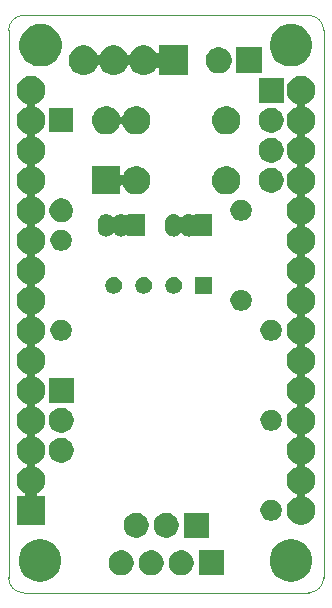
<source format=gbr>
%TF.GenerationSoftware,KiCad,Pcbnew,5.1.5+dfsg1-2~bpo10+1*%
%TF.CreationDate,Date%
%TF.ProjectId,PIS,5049532e-6b69-4636-9164-5f7063625858,rev?*%
%TF.SameCoordinates,Original*%
%TF.FileFunction,Soldermask,Bot*%
%TF.FilePolarity,Negative*%
%FSLAX45Y45*%
G04 Gerber Fmt 4.5, Leading zero omitted, Abs format (unit mm)*
G04 Created by KiCad*
%MOMM*%
%LPD*%
G04 APERTURE LIST*
%ADD10C,0.120000*%
%ADD11C,0.150000*%
G04 APERTURE END LIST*
D10*
X-190500Y4063511D02*
G75*
G02X-63500Y4190511I127000J0D01*
G01*
X2476500Y-571500D02*
G75*
G02X2349500Y-698500I-127000J0D01*
G01*
X2349500Y4190511D02*
G75*
G02X2476500Y4063511I0J-127000D01*
G01*
X-63500Y-698989D02*
G75*
G02X-190500Y-571989I0J127000D01*
G01*
X2476500Y-571500D02*
X2476500Y4064000D01*
X-63500Y-698500D02*
X2349500Y-698500D01*
X-190500Y4064000D02*
X-190500Y-571500D01*
X2349500Y4190511D02*
X-63500Y4190511D01*
D11*
G36*
X2235116Y-248459D02*
G01*
X2252504Y-251917D01*
X2285262Y-265486D01*
X2314743Y-285185D01*
X2339815Y-310257D01*
X2359514Y-339738D01*
X2373083Y-372496D01*
X2373083Y-372496D01*
X2380000Y-407271D01*
X2380000Y-442729D01*
X2377591Y-454842D01*
X2373083Y-477504D01*
X2359514Y-510262D01*
X2339815Y-539743D01*
X2314743Y-564815D01*
X2285262Y-584514D01*
X2252504Y-598083D01*
X2235116Y-601541D01*
X2217729Y-605000D01*
X2182271Y-605000D01*
X2164884Y-601541D01*
X2147496Y-598083D01*
X2114738Y-584514D01*
X2085257Y-564815D01*
X2060185Y-539743D01*
X2040486Y-510262D01*
X2026917Y-477504D01*
X2022409Y-454842D01*
X2020000Y-442729D01*
X2020000Y-407271D01*
X2026917Y-372496D01*
X2026917Y-372496D01*
X2040486Y-339738D01*
X2060185Y-310257D01*
X2085257Y-285185D01*
X2114738Y-265486D01*
X2147496Y-251917D01*
X2164884Y-248459D01*
X2182271Y-245000D01*
X2217729Y-245000D01*
X2235116Y-248459D01*
G37*
G36*
X110116Y-248459D02*
G01*
X127504Y-251917D01*
X160262Y-265486D01*
X189743Y-285185D01*
X214815Y-310257D01*
X234514Y-339738D01*
X248083Y-372496D01*
X248083Y-372496D01*
X255000Y-407271D01*
X255000Y-442729D01*
X252590Y-454842D01*
X248083Y-477504D01*
X234514Y-510262D01*
X214815Y-539743D01*
X189743Y-564815D01*
X160262Y-584514D01*
X127504Y-598083D01*
X110116Y-601541D01*
X92729Y-605000D01*
X57271Y-605000D01*
X39884Y-601541D01*
X22496Y-598083D01*
X-10262Y-584514D01*
X-39743Y-564815D01*
X-64815Y-539743D01*
X-84514Y-510262D01*
X-98083Y-477504D01*
X-102590Y-454842D01*
X-105000Y-442729D01*
X-105000Y-407271D01*
X-98083Y-372496D01*
X-98083Y-372496D01*
X-84514Y-339738D01*
X-64815Y-310257D01*
X-39743Y-285185D01*
X-10262Y-265486D01*
X22496Y-251917D01*
X39884Y-248459D01*
X57271Y-245000D01*
X92729Y-245000D01*
X110116Y-248459D01*
G37*
G36*
X774869Y-340003D02*
G01*
X792627Y-343535D01*
X811736Y-351450D01*
X828934Y-362941D01*
X843559Y-377566D01*
X855050Y-394764D01*
X862965Y-413873D01*
X867000Y-434158D01*
X867000Y-454842D01*
X862965Y-475127D01*
X855050Y-494236D01*
X843559Y-511434D01*
X828934Y-526059D01*
X811736Y-537550D01*
X792627Y-545465D01*
X774869Y-548997D01*
X772342Y-549500D01*
X751658Y-549500D01*
X749131Y-548997D01*
X731373Y-545465D01*
X712264Y-537550D01*
X695066Y-526059D01*
X680441Y-511434D01*
X668950Y-494236D01*
X661035Y-475127D01*
X657000Y-454842D01*
X657000Y-434158D01*
X661035Y-413873D01*
X668950Y-394764D01*
X680441Y-377566D01*
X695066Y-362941D01*
X712264Y-351450D01*
X731373Y-343535D01*
X749131Y-340003D01*
X751658Y-339500D01*
X772342Y-339500D01*
X774869Y-340003D01*
G37*
G36*
X1028869Y-340003D02*
G01*
X1046627Y-343535D01*
X1065736Y-351450D01*
X1082934Y-362941D01*
X1097559Y-377566D01*
X1109050Y-394764D01*
X1116965Y-413873D01*
X1121000Y-434158D01*
X1121000Y-454842D01*
X1116965Y-475127D01*
X1109050Y-494236D01*
X1097559Y-511434D01*
X1082934Y-526059D01*
X1065736Y-537550D01*
X1046627Y-545465D01*
X1028869Y-548997D01*
X1026342Y-549500D01*
X1005658Y-549500D01*
X1003131Y-548997D01*
X985373Y-545465D01*
X966264Y-537550D01*
X949066Y-526059D01*
X934441Y-511434D01*
X922950Y-494236D01*
X915035Y-475127D01*
X911000Y-454842D01*
X911000Y-434158D01*
X915035Y-413873D01*
X922950Y-394764D01*
X934441Y-377566D01*
X949066Y-362941D01*
X966264Y-351450D01*
X985373Y-343535D01*
X1003131Y-340003D01*
X1005658Y-339500D01*
X1026342Y-339500D01*
X1028869Y-340003D01*
G37*
G36*
X1282869Y-340003D02*
G01*
X1300627Y-343535D01*
X1319736Y-351450D01*
X1336934Y-362941D01*
X1351559Y-377566D01*
X1363050Y-394764D01*
X1370965Y-413873D01*
X1375000Y-434158D01*
X1375000Y-454842D01*
X1370965Y-475127D01*
X1363050Y-494236D01*
X1351559Y-511434D01*
X1336934Y-526059D01*
X1319736Y-537550D01*
X1300627Y-545465D01*
X1282869Y-548997D01*
X1280342Y-549500D01*
X1259658Y-549500D01*
X1257131Y-548997D01*
X1239373Y-545465D01*
X1220264Y-537550D01*
X1203066Y-526059D01*
X1188441Y-511434D01*
X1176950Y-494236D01*
X1169035Y-475127D01*
X1165000Y-454842D01*
X1165000Y-434158D01*
X1169035Y-413873D01*
X1176950Y-394764D01*
X1188441Y-377566D01*
X1203066Y-362941D01*
X1220264Y-351450D01*
X1239373Y-343535D01*
X1257131Y-340003D01*
X1259658Y-339500D01*
X1280342Y-339500D01*
X1282869Y-340003D01*
G37*
G36*
X1629000Y-549500D02*
G01*
X1419000Y-549500D01*
X1419000Y-339500D01*
X1629000Y-339500D01*
X1629000Y-549500D01*
G37*
G36*
X901869Y-22503D02*
G01*
X919627Y-26035D01*
X938736Y-33950D01*
X955934Y-45441D01*
X970559Y-60066D01*
X982050Y-77264D01*
X989965Y-96373D01*
X994000Y-116658D01*
X994000Y-137342D01*
X989965Y-157627D01*
X982050Y-176736D01*
X970559Y-193934D01*
X955934Y-208559D01*
X938736Y-220050D01*
X919627Y-227965D01*
X901869Y-231497D01*
X899342Y-232000D01*
X878658Y-232000D01*
X876131Y-231497D01*
X858373Y-227965D01*
X839264Y-220050D01*
X822066Y-208559D01*
X807441Y-193934D01*
X795950Y-176736D01*
X788035Y-157627D01*
X784000Y-137342D01*
X784000Y-116658D01*
X788035Y-96373D01*
X795950Y-77264D01*
X807441Y-60066D01*
X822066Y-45441D01*
X839264Y-33950D01*
X858373Y-26035D01*
X876131Y-22503D01*
X878658Y-22000D01*
X899342Y-22000D01*
X901869Y-22503D01*
G37*
G36*
X1502000Y-232000D02*
G01*
X1292000Y-232000D01*
X1292000Y-22000D01*
X1502000Y-22000D01*
X1502000Y-232000D01*
G37*
G36*
X1155869Y-22503D02*
G01*
X1173627Y-26035D01*
X1192736Y-33950D01*
X1209934Y-45441D01*
X1224559Y-60066D01*
X1236050Y-77264D01*
X1243965Y-96373D01*
X1248000Y-116658D01*
X1248000Y-137342D01*
X1243965Y-157627D01*
X1236050Y-176736D01*
X1224559Y-193934D01*
X1209934Y-208559D01*
X1192736Y-220050D01*
X1173627Y-227965D01*
X1155869Y-231497D01*
X1153342Y-232000D01*
X1132658Y-232000D01*
X1130131Y-231497D01*
X1112373Y-227965D01*
X1093264Y-220050D01*
X1076066Y-208559D01*
X1061441Y-193934D01*
X1049950Y-176736D01*
X1042035Y-157627D01*
X1038000Y-137342D01*
X1038000Y-116658D01*
X1042035Y-96373D01*
X1049950Y-77264D01*
X1061441Y-60066D01*
X1076066Y-45441D01*
X1093264Y-33950D01*
X1112373Y-26035D01*
X1130131Y-22503D01*
X1132658Y-22000D01*
X1153342Y-22000D01*
X1155869Y-22503D01*
G37*
G36*
X2321469Y3672927D02*
G01*
X2343599Y3663761D01*
X2343599Y3663760D01*
X2363516Y3650453D01*
X2380453Y3633515D01*
X2393761Y3613599D01*
X2393761Y3613599D01*
X2402927Y3591469D01*
X2407600Y3567977D01*
X2407600Y3544023D01*
X2402927Y3520531D01*
X2393761Y3498401D01*
X2393761Y3498401D01*
X2380453Y3478484D01*
X2363516Y3461547D01*
X2343599Y3448239D01*
X2343599Y3448239D01*
X2343599Y3448239D01*
X2325032Y3440548D01*
X2322870Y3439393D01*
X2320976Y3437839D01*
X2319422Y3435944D01*
X2318267Y3433783D01*
X2317555Y3431439D01*
X2317315Y3429000D01*
X2317555Y3426561D01*
X2318267Y3424216D01*
X2319422Y3422055D01*
X2320976Y3420161D01*
X2322871Y3418607D01*
X2325032Y3417452D01*
X2343599Y3409761D01*
X2343599Y3409760D01*
X2363516Y3396453D01*
X2380453Y3379515D01*
X2387524Y3368933D01*
X2393761Y3359599D01*
X2402927Y3337469D01*
X2407600Y3313977D01*
X2407600Y3290023D01*
X2402927Y3266531D01*
X2393761Y3244401D01*
X2393761Y3244401D01*
X2380453Y3224484D01*
X2363516Y3207547D01*
X2343599Y3194239D01*
X2343599Y3194239D01*
X2343599Y3194239D01*
X2325032Y3186548D01*
X2322870Y3185393D01*
X2320976Y3183839D01*
X2319422Y3181944D01*
X2318267Y3179783D01*
X2317555Y3177439D01*
X2317315Y3175000D01*
X2317555Y3172561D01*
X2318267Y3170216D01*
X2319422Y3168055D01*
X2320976Y3166161D01*
X2322871Y3164607D01*
X2325032Y3163452D01*
X2343599Y3155761D01*
X2343599Y3155760D01*
X2363516Y3142453D01*
X2380453Y3125515D01*
X2387524Y3114933D01*
X2393761Y3105599D01*
X2402927Y3083469D01*
X2407600Y3059977D01*
X2407600Y3036023D01*
X2402927Y3012531D01*
X2397018Y2998264D01*
X2393761Y2990401D01*
X2380453Y2970484D01*
X2363516Y2953547D01*
X2343599Y2940239D01*
X2343599Y2940239D01*
X2343599Y2940239D01*
X2325032Y2932548D01*
X2322870Y2931393D01*
X2320976Y2929839D01*
X2319422Y2927944D01*
X2318267Y2925783D01*
X2317555Y2923439D01*
X2317315Y2921000D01*
X2317555Y2918561D01*
X2318267Y2916216D01*
X2319422Y2914055D01*
X2320976Y2912161D01*
X2322871Y2910607D01*
X2325032Y2909452D01*
X2343599Y2901761D01*
X2343599Y2901760D01*
X2363516Y2888453D01*
X2380453Y2871515D01*
X2387524Y2860933D01*
X2393761Y2851599D01*
X2402927Y2829469D01*
X2407600Y2805977D01*
X2407600Y2782023D01*
X2402927Y2758531D01*
X2393761Y2736401D01*
X2393761Y2736401D01*
X2380453Y2716485D01*
X2363516Y2699547D01*
X2343599Y2686240D01*
X2343599Y2686239D01*
X2343599Y2686239D01*
X2325032Y2678548D01*
X2322870Y2677393D01*
X2320976Y2675839D01*
X2319422Y2673945D01*
X2318267Y2671784D01*
X2317555Y2669439D01*
X2317315Y2667000D01*
X2317555Y2664561D01*
X2318267Y2662217D01*
X2319422Y2660055D01*
X2320976Y2658161D01*
X2322871Y2656607D01*
X2325032Y2655452D01*
X2343599Y2647761D01*
X2343599Y2647761D01*
X2363516Y2634453D01*
X2380453Y2617516D01*
X2393761Y2597599D01*
X2393761Y2597599D01*
X2402927Y2575469D01*
X2407600Y2551977D01*
X2407600Y2528023D01*
X2402927Y2504531D01*
X2393780Y2482449D01*
X2393761Y2482401D01*
X2380453Y2462485D01*
X2363516Y2445547D01*
X2343599Y2432240D01*
X2343599Y2432239D01*
X2343599Y2432239D01*
X2325032Y2424548D01*
X2322870Y2423393D01*
X2320976Y2421839D01*
X2319422Y2419945D01*
X2318267Y2417784D01*
X2317555Y2415439D01*
X2317315Y2413000D01*
X2317555Y2410561D01*
X2318267Y2408217D01*
X2319422Y2406055D01*
X2320976Y2404161D01*
X2322871Y2402607D01*
X2325032Y2401452D01*
X2343599Y2393761D01*
X2343599Y2393761D01*
X2363516Y2380453D01*
X2380453Y2363516D01*
X2393761Y2343599D01*
X2393761Y2343599D01*
X2402927Y2321469D01*
X2407600Y2297977D01*
X2407600Y2274023D01*
X2402927Y2250531D01*
X2393761Y2228401D01*
X2393761Y2228401D01*
X2380453Y2208485D01*
X2363516Y2191547D01*
X2343599Y2178240D01*
X2343599Y2178239D01*
X2343599Y2178239D01*
X2325032Y2170548D01*
X2322870Y2169393D01*
X2320976Y2167839D01*
X2319422Y2165945D01*
X2318267Y2163784D01*
X2317555Y2161439D01*
X2317315Y2159000D01*
X2317555Y2156561D01*
X2318267Y2154217D01*
X2319422Y2152055D01*
X2320976Y2150161D01*
X2322871Y2148607D01*
X2325032Y2147452D01*
X2343599Y2139761D01*
X2343599Y2139761D01*
X2363516Y2126453D01*
X2380453Y2109516D01*
X2393761Y2089599D01*
X2393761Y2089599D01*
X2402927Y2067469D01*
X2407600Y2043977D01*
X2407600Y2020023D01*
X2402927Y1996531D01*
X2394009Y1975000D01*
X2393761Y1974401D01*
X2380453Y1954484D01*
X2363516Y1937547D01*
X2343599Y1924239D01*
X2343599Y1924239D01*
X2343599Y1924239D01*
X2325032Y1916548D01*
X2322870Y1915393D01*
X2320976Y1913839D01*
X2319422Y1911944D01*
X2318267Y1909783D01*
X2317555Y1907439D01*
X2317315Y1905000D01*
X2317555Y1902561D01*
X2318267Y1900216D01*
X2319422Y1898055D01*
X2320976Y1896161D01*
X2322871Y1894607D01*
X2325032Y1893452D01*
X2343599Y1885761D01*
X2343599Y1885760D01*
X2363516Y1872453D01*
X2380453Y1855515D01*
X2393761Y1835599D01*
X2393761Y1835599D01*
X2402927Y1813469D01*
X2407600Y1789977D01*
X2407600Y1766023D01*
X2402927Y1742531D01*
X2393761Y1720401D01*
X2393761Y1720401D01*
X2380453Y1700484D01*
X2363516Y1683547D01*
X2343599Y1670239D01*
X2343599Y1670239D01*
X2343599Y1670239D01*
X2325032Y1662548D01*
X2322870Y1661393D01*
X2320976Y1659839D01*
X2319422Y1657944D01*
X2318267Y1655783D01*
X2317555Y1653439D01*
X2317315Y1651000D01*
X2317555Y1648561D01*
X2318267Y1646216D01*
X2319422Y1644055D01*
X2320976Y1642161D01*
X2322871Y1640607D01*
X2325032Y1639452D01*
X2343599Y1631761D01*
X2343599Y1631760D01*
X2363516Y1618453D01*
X2380453Y1601515D01*
X2385536Y1593908D01*
X2393761Y1581599D01*
X2402927Y1559469D01*
X2407600Y1535977D01*
X2407600Y1512023D01*
X2402927Y1488531D01*
X2393761Y1466401D01*
X2393761Y1466401D01*
X2380453Y1446484D01*
X2363516Y1429547D01*
X2343599Y1416239D01*
X2343599Y1416239D01*
X2343599Y1416239D01*
X2325032Y1408548D01*
X2322870Y1407393D01*
X2320976Y1405839D01*
X2319422Y1403944D01*
X2318267Y1401783D01*
X2317555Y1399439D01*
X2317315Y1397000D01*
X2317555Y1394561D01*
X2318267Y1392217D01*
X2319422Y1390055D01*
X2320976Y1388161D01*
X2322871Y1386607D01*
X2325032Y1385452D01*
X2343599Y1377761D01*
X2343599Y1377761D01*
X2363516Y1364453D01*
X2380453Y1347516D01*
X2393761Y1327599D01*
X2393761Y1327599D01*
X2402927Y1305469D01*
X2407600Y1281977D01*
X2407600Y1258023D01*
X2402927Y1234531D01*
X2393761Y1212401D01*
X2393761Y1212401D01*
X2380453Y1192485D01*
X2363516Y1175547D01*
X2343599Y1162240D01*
X2343599Y1162239D01*
X2343599Y1162239D01*
X2325032Y1154548D01*
X2322870Y1153393D01*
X2320976Y1151839D01*
X2319422Y1149945D01*
X2318267Y1147784D01*
X2317555Y1145439D01*
X2317315Y1143000D01*
X2317555Y1140561D01*
X2318267Y1138217D01*
X2319422Y1136055D01*
X2320976Y1134161D01*
X2322871Y1132607D01*
X2325032Y1131452D01*
X2343599Y1123761D01*
X2343599Y1123761D01*
X2363516Y1110453D01*
X2380453Y1093516D01*
X2393761Y1073599D01*
X2393761Y1073599D01*
X2402927Y1051469D01*
X2407600Y1027977D01*
X2407600Y1004023D01*
X2402927Y980531D01*
X2393761Y958401D01*
X2393761Y958401D01*
X2380453Y938484D01*
X2363516Y921547D01*
X2343599Y908239D01*
X2343599Y908239D01*
X2343599Y908239D01*
X2325032Y900548D01*
X2322870Y899393D01*
X2320976Y897839D01*
X2319422Y895944D01*
X2318267Y893783D01*
X2317555Y891439D01*
X2317315Y889000D01*
X2317555Y886561D01*
X2318267Y884216D01*
X2319422Y882055D01*
X2320976Y880161D01*
X2322871Y878607D01*
X2325032Y877452D01*
X2343599Y869761D01*
X2343599Y869760D01*
X2363516Y856453D01*
X2380453Y839515D01*
X2387524Y828933D01*
X2393761Y819599D01*
X2402927Y797469D01*
X2407600Y773977D01*
X2407600Y750023D01*
X2402927Y726531D01*
X2393761Y704401D01*
X2393761Y704401D01*
X2380453Y684485D01*
X2363516Y667547D01*
X2343599Y654240D01*
X2343599Y654239D01*
X2343599Y654239D01*
X2325032Y646548D01*
X2322870Y645393D01*
X2320976Y643839D01*
X2319422Y641945D01*
X2318267Y639784D01*
X2317555Y637439D01*
X2317315Y635000D01*
X2317555Y632561D01*
X2318267Y630217D01*
X2319422Y628055D01*
X2320976Y626161D01*
X2322871Y624607D01*
X2325032Y623452D01*
X2343599Y615761D01*
X2343599Y615761D01*
X2363516Y602453D01*
X2380453Y585516D01*
X2387524Y574934D01*
X2393761Y565599D01*
X2402927Y543469D01*
X2407600Y519977D01*
X2407600Y496023D01*
X2402927Y472531D01*
X2397018Y458264D01*
X2393761Y450401D01*
X2380453Y430484D01*
X2363516Y413547D01*
X2343599Y400239D01*
X2343599Y400239D01*
X2343599Y400239D01*
X2325032Y392548D01*
X2322870Y391393D01*
X2320976Y389839D01*
X2319422Y387944D01*
X2318267Y385783D01*
X2317555Y383439D01*
X2317315Y381000D01*
X2317555Y378561D01*
X2318267Y376216D01*
X2319422Y374055D01*
X2320976Y372161D01*
X2322871Y370607D01*
X2325032Y369452D01*
X2343599Y361761D01*
X2343599Y361760D01*
X2363516Y348453D01*
X2380453Y331516D01*
X2393761Y311599D01*
X2393761Y311599D01*
X2402927Y289469D01*
X2407600Y265977D01*
X2407600Y242023D01*
X2402927Y218531D01*
X2393761Y196401D01*
X2393761Y196401D01*
X2380453Y176484D01*
X2363516Y159547D01*
X2343599Y146240D01*
X2343599Y146239D01*
X2343599Y146239D01*
X2325032Y138548D01*
X2322870Y137393D01*
X2320976Y135839D01*
X2319422Y133945D01*
X2318267Y131784D01*
X2317555Y129439D01*
X2317315Y127000D01*
X2317555Y124561D01*
X2318267Y122216D01*
X2319422Y120055D01*
X2320976Y118161D01*
X2322871Y116607D01*
X2325032Y115452D01*
X2343599Y107761D01*
X2343599Y107760D01*
X2363516Y94453D01*
X2380453Y77516D01*
X2385536Y69908D01*
X2393761Y57599D01*
X2402927Y35469D01*
X2407600Y11977D01*
X2407600Y-11977D01*
X2402927Y-35469D01*
X2393761Y-57599D01*
X2393761Y-57599D01*
X2380453Y-77516D01*
X2363516Y-94453D01*
X2343599Y-107760D01*
X2343599Y-107761D01*
X2343599Y-107761D01*
X2321469Y-116927D01*
X2297977Y-121600D01*
X2274023Y-121600D01*
X2250531Y-116927D01*
X2228401Y-107761D01*
X2228401Y-107761D01*
X2228401Y-107760D01*
X2208485Y-94453D01*
X2191547Y-77516D01*
X2178240Y-57599D01*
X2178239Y-57599D01*
X2169073Y-35469D01*
X2164400Y-11977D01*
X2164400Y11977D01*
X2169073Y35469D01*
X2178239Y57599D01*
X2186464Y69908D01*
X2191547Y77516D01*
X2208485Y94453D01*
X2228401Y107760D01*
X2228401Y107761D01*
X2246969Y115452D01*
X2249130Y116607D01*
X2251024Y118161D01*
X2252578Y120055D01*
X2253733Y122216D01*
X2254445Y124561D01*
X2254685Y127000D01*
X2254445Y129439D01*
X2253733Y131784D01*
X2252578Y133945D01*
X2251024Y135839D01*
X2249130Y137393D01*
X2246969Y138548D01*
X2228401Y146239D01*
X2228401Y146239D01*
X2228401Y146240D01*
X2208485Y159547D01*
X2191547Y176484D01*
X2178240Y196401D01*
X2178239Y196401D01*
X2169073Y218531D01*
X2164400Y242023D01*
X2164400Y265977D01*
X2169073Y289469D01*
X2178239Y311599D01*
X2178240Y311599D01*
X2191547Y331516D01*
X2208485Y348453D01*
X2228401Y361760D01*
X2228401Y361761D01*
X2246969Y369452D01*
X2249130Y370607D01*
X2251024Y372161D01*
X2252578Y374055D01*
X2253733Y376216D01*
X2254445Y378561D01*
X2254685Y381000D01*
X2254445Y383439D01*
X2253733Y385783D01*
X2252578Y387945D01*
X2251024Y389839D01*
X2249130Y391393D01*
X2246969Y392548D01*
X2228401Y400239D01*
X2228401Y400239D01*
X2228401Y400239D01*
X2208485Y413547D01*
X2191547Y430484D01*
X2178240Y450401D01*
X2174982Y458264D01*
X2169073Y472531D01*
X2164400Y496023D01*
X2164400Y519977D01*
X2169073Y543469D01*
X2178239Y565599D01*
X2184477Y574934D01*
X2191547Y585516D01*
X2208485Y602453D01*
X2228401Y615761D01*
X2228401Y615761D01*
X2246969Y623452D01*
X2249130Y624607D01*
X2251024Y626161D01*
X2252578Y628056D01*
X2253733Y630217D01*
X2254445Y632561D01*
X2254685Y635000D01*
X2254445Y637439D01*
X2253733Y639784D01*
X2252578Y641945D01*
X2251024Y643839D01*
X2249130Y645393D01*
X2246969Y646548D01*
X2228401Y654239D01*
X2228401Y654239D01*
X2228401Y654240D01*
X2208485Y667547D01*
X2191547Y684485D01*
X2178240Y704401D01*
X2178239Y704401D01*
X2169073Y726531D01*
X2164400Y750023D01*
X2164400Y773977D01*
X2169073Y797469D01*
X2178239Y819599D01*
X2184477Y828933D01*
X2191547Y839515D01*
X2208485Y856453D01*
X2228401Y869760D01*
X2228401Y869761D01*
X2246969Y877452D01*
X2249130Y878607D01*
X2251024Y880161D01*
X2252578Y882055D01*
X2253733Y884216D01*
X2254445Y886561D01*
X2254685Y889000D01*
X2254445Y891439D01*
X2253733Y893783D01*
X2252578Y895945D01*
X2251024Y897839D01*
X2249130Y899393D01*
X2246969Y900548D01*
X2228401Y908239D01*
X2228401Y908239D01*
X2228401Y908239D01*
X2208485Y921547D01*
X2191547Y938484D01*
X2178240Y958401D01*
X2178239Y958401D01*
X2169073Y980531D01*
X2164400Y1004023D01*
X2164400Y1027977D01*
X2169073Y1051469D01*
X2178239Y1073599D01*
X2178240Y1073599D01*
X2191547Y1093516D01*
X2208485Y1110453D01*
X2228401Y1123761D01*
X2228401Y1123761D01*
X2246969Y1131452D01*
X2249130Y1132607D01*
X2251024Y1134161D01*
X2252578Y1136056D01*
X2253733Y1138217D01*
X2254445Y1140561D01*
X2254685Y1143000D01*
X2254445Y1145439D01*
X2253733Y1147784D01*
X2252578Y1149945D01*
X2251024Y1151839D01*
X2249130Y1153393D01*
X2246969Y1154548D01*
X2228401Y1162239D01*
X2228401Y1162239D01*
X2228401Y1162240D01*
X2208485Y1175547D01*
X2191547Y1192485D01*
X2178240Y1212401D01*
X2178239Y1212401D01*
X2169073Y1234531D01*
X2164400Y1258023D01*
X2164400Y1281977D01*
X2169073Y1305469D01*
X2178239Y1327599D01*
X2178240Y1327599D01*
X2191547Y1347516D01*
X2208485Y1364453D01*
X2228401Y1377761D01*
X2228401Y1377761D01*
X2246969Y1385452D01*
X2249130Y1386607D01*
X2251024Y1388161D01*
X2252578Y1390056D01*
X2253733Y1392217D01*
X2254445Y1394561D01*
X2254685Y1397000D01*
X2254445Y1399439D01*
X2253733Y1401783D01*
X2252578Y1403945D01*
X2251024Y1405839D01*
X2249130Y1407393D01*
X2246969Y1408548D01*
X2228401Y1416239D01*
X2228401Y1416239D01*
X2228401Y1416239D01*
X2208485Y1429547D01*
X2191547Y1446484D01*
X2178240Y1466401D01*
X2178239Y1466401D01*
X2169073Y1488531D01*
X2164400Y1512023D01*
X2164400Y1535977D01*
X2169073Y1559469D01*
X2178239Y1581599D01*
X2186464Y1593908D01*
X2191547Y1601515D01*
X2208485Y1618453D01*
X2228401Y1631760D01*
X2228401Y1631761D01*
X2246969Y1639452D01*
X2249130Y1640607D01*
X2251024Y1642161D01*
X2252578Y1644055D01*
X2253733Y1646216D01*
X2254445Y1648561D01*
X2254685Y1651000D01*
X2254445Y1653439D01*
X2253733Y1655783D01*
X2252578Y1657945D01*
X2251024Y1659839D01*
X2249130Y1661393D01*
X2246969Y1662548D01*
X2228401Y1670239D01*
X2228401Y1670239D01*
X2228401Y1670239D01*
X2208485Y1683547D01*
X2191547Y1700484D01*
X2178240Y1720401D01*
X2178239Y1720401D01*
X2169073Y1742531D01*
X2164400Y1766023D01*
X2164400Y1789977D01*
X2169073Y1813469D01*
X2178239Y1835599D01*
X2178240Y1835599D01*
X2191547Y1855515D01*
X2208485Y1872453D01*
X2228401Y1885760D01*
X2228401Y1885761D01*
X2246969Y1893452D01*
X2249130Y1894607D01*
X2251024Y1896161D01*
X2252578Y1898055D01*
X2253733Y1900216D01*
X2254445Y1902561D01*
X2254685Y1905000D01*
X2254445Y1907439D01*
X2253733Y1909783D01*
X2252578Y1911945D01*
X2251024Y1913839D01*
X2249130Y1915393D01*
X2246969Y1916548D01*
X2228401Y1924239D01*
X2228401Y1924239D01*
X2228401Y1924239D01*
X2208485Y1937547D01*
X2191547Y1954484D01*
X2178240Y1974401D01*
X2177991Y1975000D01*
X2169073Y1996531D01*
X2164400Y2020023D01*
X2164400Y2043977D01*
X2169073Y2067469D01*
X2178239Y2089599D01*
X2178240Y2089599D01*
X2191547Y2109516D01*
X2208485Y2126453D01*
X2228401Y2139761D01*
X2228401Y2139761D01*
X2246969Y2147452D01*
X2249130Y2148607D01*
X2251024Y2150161D01*
X2252578Y2152056D01*
X2253733Y2154217D01*
X2254445Y2156561D01*
X2254685Y2159000D01*
X2254445Y2161439D01*
X2253733Y2163784D01*
X2252578Y2165945D01*
X2251024Y2167839D01*
X2249130Y2169393D01*
X2246969Y2170548D01*
X2228401Y2178239D01*
X2228401Y2178239D01*
X2228401Y2178240D01*
X2208485Y2191547D01*
X2191547Y2208485D01*
X2178240Y2228401D01*
X2178239Y2228401D01*
X2169073Y2250531D01*
X2164400Y2274023D01*
X2164400Y2297977D01*
X2169073Y2321469D01*
X2178239Y2343599D01*
X2178240Y2343599D01*
X2191547Y2363516D01*
X2208485Y2380453D01*
X2228401Y2393761D01*
X2228401Y2393761D01*
X2246969Y2401452D01*
X2249130Y2402607D01*
X2251024Y2404161D01*
X2252578Y2406056D01*
X2253733Y2408217D01*
X2254445Y2410561D01*
X2254685Y2413000D01*
X2254445Y2415439D01*
X2253733Y2417784D01*
X2252578Y2419945D01*
X2251024Y2421839D01*
X2249130Y2423393D01*
X2246969Y2424548D01*
X2228401Y2432239D01*
X2228401Y2432239D01*
X2228401Y2432240D01*
X2208485Y2445547D01*
X2191547Y2462485D01*
X2178240Y2482401D01*
X2178220Y2482449D01*
X2169073Y2504531D01*
X2164400Y2528023D01*
X2164400Y2551977D01*
X2169073Y2575469D01*
X2178239Y2597599D01*
X2178240Y2597599D01*
X2191547Y2617516D01*
X2208485Y2634453D01*
X2228401Y2647761D01*
X2228401Y2647761D01*
X2246969Y2655452D01*
X2249130Y2656607D01*
X2251024Y2658161D01*
X2252578Y2660056D01*
X2253733Y2662217D01*
X2254445Y2664561D01*
X2254685Y2667000D01*
X2254445Y2669439D01*
X2253733Y2671784D01*
X2252578Y2673945D01*
X2251024Y2675839D01*
X2249130Y2677393D01*
X2246969Y2678548D01*
X2228401Y2686239D01*
X2228401Y2686239D01*
X2228401Y2686240D01*
X2208485Y2699547D01*
X2191547Y2716485D01*
X2178240Y2736401D01*
X2178239Y2736401D01*
X2169073Y2758531D01*
X2164400Y2782023D01*
X2164400Y2805977D01*
X2169073Y2829469D01*
X2178239Y2851599D01*
X2184477Y2860933D01*
X2191547Y2871515D01*
X2208485Y2888453D01*
X2228401Y2901760D01*
X2228401Y2901761D01*
X2246969Y2909452D01*
X2249130Y2910607D01*
X2251024Y2912161D01*
X2252578Y2914055D01*
X2253733Y2916216D01*
X2254445Y2918561D01*
X2254685Y2921000D01*
X2254445Y2923439D01*
X2253733Y2925783D01*
X2252578Y2927945D01*
X2251024Y2929839D01*
X2249130Y2931393D01*
X2246969Y2932548D01*
X2228401Y2940239D01*
X2228401Y2940239D01*
X2228401Y2940239D01*
X2208485Y2953547D01*
X2191547Y2970484D01*
X2178240Y2990401D01*
X2174982Y2998264D01*
X2169073Y3012531D01*
X2164400Y3036023D01*
X2164400Y3059977D01*
X2169073Y3083469D01*
X2178239Y3105599D01*
X2184477Y3114933D01*
X2191547Y3125515D01*
X2208485Y3142453D01*
X2228401Y3155760D01*
X2228401Y3155761D01*
X2246969Y3163452D01*
X2249130Y3164607D01*
X2251024Y3166161D01*
X2252578Y3168055D01*
X2253733Y3170216D01*
X2254445Y3172561D01*
X2254685Y3175000D01*
X2254445Y3177439D01*
X2253733Y3179783D01*
X2252578Y3181945D01*
X2251024Y3183839D01*
X2249130Y3185393D01*
X2246969Y3186548D01*
X2228401Y3194239D01*
X2228401Y3194239D01*
X2228401Y3194239D01*
X2208485Y3207547D01*
X2191547Y3224484D01*
X2178240Y3244401D01*
X2178239Y3244401D01*
X2169073Y3266531D01*
X2164400Y3290023D01*
X2164400Y3313977D01*
X2169073Y3337469D01*
X2178239Y3359599D01*
X2184477Y3368933D01*
X2191547Y3379515D01*
X2208485Y3396453D01*
X2228401Y3409760D01*
X2228401Y3409761D01*
X2246969Y3417452D01*
X2249130Y3418607D01*
X2251024Y3420161D01*
X2252578Y3422055D01*
X2253733Y3424216D01*
X2254445Y3426561D01*
X2254685Y3429000D01*
X2254445Y3431439D01*
X2253733Y3433783D01*
X2252578Y3435945D01*
X2251024Y3437839D01*
X2249130Y3439393D01*
X2246969Y3440548D01*
X2228401Y3448239D01*
X2228401Y3448239D01*
X2228401Y3448239D01*
X2208485Y3461547D01*
X2191547Y3478484D01*
X2178240Y3498401D01*
X2178239Y3498401D01*
X2169073Y3520531D01*
X2164400Y3544023D01*
X2164400Y3567977D01*
X2169073Y3591469D01*
X2178239Y3613599D01*
X2178240Y3613599D01*
X2191547Y3633515D01*
X2208485Y3650453D01*
X2228401Y3663760D01*
X2228401Y3663761D01*
X2250531Y3672927D01*
X2274023Y3677600D01*
X2297977Y3677600D01*
X2321469Y3672927D01*
G37*
G36*
X35469Y3672927D02*
G01*
X57599Y3663761D01*
X57599Y3663760D01*
X77516Y3650453D01*
X94453Y3633515D01*
X107760Y3613599D01*
X107761Y3613599D01*
X116927Y3591469D01*
X121600Y3567977D01*
X121600Y3544023D01*
X116927Y3520531D01*
X107761Y3498401D01*
X107760Y3498401D01*
X94453Y3478484D01*
X77516Y3461547D01*
X57599Y3448239D01*
X57599Y3448239D01*
X57599Y3448239D01*
X39032Y3440548D01*
X36870Y3439393D01*
X34976Y3437839D01*
X33422Y3435944D01*
X32267Y3433783D01*
X31555Y3431439D01*
X31315Y3429000D01*
X31555Y3426561D01*
X32267Y3424216D01*
X33422Y3422055D01*
X34976Y3420161D01*
X36871Y3418607D01*
X39032Y3417452D01*
X57599Y3409761D01*
X57599Y3409760D01*
X77516Y3396453D01*
X94453Y3379515D01*
X101523Y3368933D01*
X107761Y3359599D01*
X116927Y3337469D01*
X121600Y3313977D01*
X121600Y3290023D01*
X116927Y3266531D01*
X107761Y3244401D01*
X107760Y3244401D01*
X94453Y3224484D01*
X77516Y3207547D01*
X57599Y3194239D01*
X57599Y3194239D01*
X57599Y3194239D01*
X39032Y3186548D01*
X36870Y3185393D01*
X34976Y3183839D01*
X33422Y3181944D01*
X32267Y3179783D01*
X31555Y3177439D01*
X31315Y3175000D01*
X31555Y3172561D01*
X32267Y3170216D01*
X33422Y3168055D01*
X34976Y3166161D01*
X36871Y3164607D01*
X39032Y3163452D01*
X57599Y3155761D01*
X57599Y3155760D01*
X77516Y3142453D01*
X94453Y3125515D01*
X101523Y3114933D01*
X107761Y3105599D01*
X116927Y3083469D01*
X121600Y3059977D01*
X121600Y3036023D01*
X116927Y3012531D01*
X111018Y2998264D01*
X107760Y2990401D01*
X94453Y2970484D01*
X77516Y2953547D01*
X57599Y2940239D01*
X57599Y2940239D01*
X57599Y2940239D01*
X39032Y2932548D01*
X36870Y2931393D01*
X34976Y2929839D01*
X33422Y2927944D01*
X32267Y2925783D01*
X31555Y2923439D01*
X31315Y2921000D01*
X31555Y2918561D01*
X32267Y2916216D01*
X33422Y2914055D01*
X34976Y2912161D01*
X36871Y2910607D01*
X39032Y2909452D01*
X57599Y2901761D01*
X57599Y2901760D01*
X77516Y2888453D01*
X94453Y2871515D01*
X101523Y2860933D01*
X107761Y2851599D01*
X116927Y2829469D01*
X121600Y2805977D01*
X121600Y2782023D01*
X116927Y2758531D01*
X107761Y2736401D01*
X107760Y2736401D01*
X94453Y2716485D01*
X77516Y2699547D01*
X57599Y2686240D01*
X57599Y2686239D01*
X57599Y2686239D01*
X39032Y2678548D01*
X36870Y2677393D01*
X34976Y2675839D01*
X33422Y2673945D01*
X32267Y2671784D01*
X31555Y2669439D01*
X31315Y2667000D01*
X31555Y2664561D01*
X32267Y2662217D01*
X33422Y2660055D01*
X34976Y2658161D01*
X36871Y2656607D01*
X39032Y2655452D01*
X57599Y2647761D01*
X57599Y2647761D01*
X77516Y2634453D01*
X94453Y2617516D01*
X107760Y2597599D01*
X107761Y2597599D01*
X116927Y2575469D01*
X121600Y2551977D01*
X121600Y2528023D01*
X116927Y2504531D01*
X107780Y2482449D01*
X107760Y2482401D01*
X94453Y2462485D01*
X77516Y2445547D01*
X57599Y2432240D01*
X57599Y2432239D01*
X57599Y2432239D01*
X39032Y2424548D01*
X36870Y2423393D01*
X34976Y2421839D01*
X33422Y2419945D01*
X32267Y2417784D01*
X31555Y2415439D01*
X31315Y2413000D01*
X31555Y2410561D01*
X32267Y2408217D01*
X33422Y2406055D01*
X34976Y2404161D01*
X36871Y2402607D01*
X39032Y2401452D01*
X57599Y2393761D01*
X57599Y2393761D01*
X77516Y2380453D01*
X94453Y2363516D01*
X107760Y2343599D01*
X107761Y2343599D01*
X116927Y2321469D01*
X121600Y2297977D01*
X121600Y2274023D01*
X116927Y2250531D01*
X107761Y2228401D01*
X107760Y2228401D01*
X94453Y2208485D01*
X77516Y2191547D01*
X57599Y2178240D01*
X57599Y2178239D01*
X57599Y2178239D01*
X39032Y2170548D01*
X36870Y2169393D01*
X34976Y2167839D01*
X33422Y2165945D01*
X32267Y2163784D01*
X31555Y2161439D01*
X31315Y2159000D01*
X31555Y2156561D01*
X32267Y2154217D01*
X33422Y2152055D01*
X34976Y2150161D01*
X36871Y2148607D01*
X39032Y2147452D01*
X57599Y2139761D01*
X57599Y2139761D01*
X77516Y2126453D01*
X94453Y2109516D01*
X107760Y2089599D01*
X107761Y2089599D01*
X116927Y2067469D01*
X121600Y2043977D01*
X121600Y2020023D01*
X116927Y1996531D01*
X108009Y1975000D01*
X107760Y1974401D01*
X94453Y1954484D01*
X77516Y1937547D01*
X57599Y1924239D01*
X57599Y1924239D01*
X57599Y1924239D01*
X39032Y1916548D01*
X36870Y1915393D01*
X34976Y1913839D01*
X33422Y1911944D01*
X32267Y1909783D01*
X31555Y1907439D01*
X31315Y1905000D01*
X31555Y1902561D01*
X32267Y1900216D01*
X33422Y1898055D01*
X34976Y1896161D01*
X36871Y1894607D01*
X39032Y1893452D01*
X57599Y1885761D01*
X57599Y1885760D01*
X77516Y1872453D01*
X94453Y1855515D01*
X107760Y1835599D01*
X107761Y1835599D01*
X116927Y1813469D01*
X121600Y1789977D01*
X121600Y1766023D01*
X116927Y1742531D01*
X107761Y1720401D01*
X107760Y1720401D01*
X94453Y1700484D01*
X77516Y1683547D01*
X57599Y1670239D01*
X57599Y1670239D01*
X57599Y1670239D01*
X39032Y1662548D01*
X36870Y1661393D01*
X34976Y1659839D01*
X33422Y1657944D01*
X32267Y1655783D01*
X31555Y1653439D01*
X31315Y1651000D01*
X31555Y1648561D01*
X32267Y1646216D01*
X33422Y1644055D01*
X34976Y1642161D01*
X36871Y1640607D01*
X39032Y1639452D01*
X57599Y1631761D01*
X57599Y1631760D01*
X77516Y1618453D01*
X94453Y1601515D01*
X99536Y1593908D01*
X107761Y1581599D01*
X116927Y1559469D01*
X121600Y1535977D01*
X121600Y1512023D01*
X116927Y1488531D01*
X107761Y1466401D01*
X107760Y1466401D01*
X94453Y1446484D01*
X77516Y1429547D01*
X57599Y1416239D01*
X57599Y1416239D01*
X57599Y1416239D01*
X39032Y1408548D01*
X36870Y1407393D01*
X34976Y1405839D01*
X33422Y1403944D01*
X32267Y1401783D01*
X31555Y1399439D01*
X31315Y1397000D01*
X31555Y1394561D01*
X32267Y1392217D01*
X33422Y1390055D01*
X34976Y1388161D01*
X36871Y1386607D01*
X39032Y1385452D01*
X57599Y1377761D01*
X57599Y1377761D01*
X77516Y1364453D01*
X94453Y1347516D01*
X107760Y1327599D01*
X107761Y1327599D01*
X116927Y1305469D01*
X121600Y1281977D01*
X121600Y1258023D01*
X116927Y1234531D01*
X107761Y1212401D01*
X107760Y1212401D01*
X94453Y1192485D01*
X77516Y1175547D01*
X57599Y1162240D01*
X57599Y1162239D01*
X57599Y1162239D01*
X39032Y1154548D01*
X36870Y1153393D01*
X34976Y1151839D01*
X33422Y1149945D01*
X32267Y1147784D01*
X31555Y1145439D01*
X31315Y1143000D01*
X31555Y1140561D01*
X32267Y1138217D01*
X33422Y1136055D01*
X34976Y1134161D01*
X36871Y1132607D01*
X39032Y1131452D01*
X57599Y1123761D01*
X57599Y1123761D01*
X77516Y1110453D01*
X94453Y1093516D01*
X107760Y1073599D01*
X107761Y1073599D01*
X116927Y1051469D01*
X121600Y1027977D01*
X121600Y1004023D01*
X116927Y980531D01*
X107761Y958401D01*
X107760Y958401D01*
X94453Y938484D01*
X77516Y921547D01*
X57599Y908239D01*
X57599Y908239D01*
X57599Y908239D01*
X39032Y900548D01*
X36870Y899393D01*
X34976Y897839D01*
X33422Y895944D01*
X32267Y893783D01*
X31555Y891439D01*
X31315Y889000D01*
X31555Y886561D01*
X32267Y884216D01*
X33422Y882055D01*
X34976Y880161D01*
X36871Y878607D01*
X39032Y877452D01*
X57599Y869761D01*
X57599Y869760D01*
X77516Y856453D01*
X94453Y839515D01*
X101523Y828933D01*
X107761Y819599D01*
X116927Y797469D01*
X121600Y773977D01*
X121600Y750023D01*
X116927Y726531D01*
X107761Y704401D01*
X107760Y704401D01*
X94453Y684485D01*
X77516Y667547D01*
X57599Y654240D01*
X57599Y654239D01*
X57599Y654239D01*
X39032Y646548D01*
X36870Y645393D01*
X34976Y643839D01*
X33422Y641945D01*
X32267Y639784D01*
X31555Y637439D01*
X31315Y635000D01*
X31555Y632561D01*
X32267Y630217D01*
X33422Y628055D01*
X34976Y626161D01*
X36871Y624607D01*
X39032Y623452D01*
X57599Y615761D01*
X57599Y615761D01*
X77516Y602453D01*
X94453Y585516D01*
X101523Y574934D01*
X107761Y565599D01*
X116927Y543469D01*
X121600Y519977D01*
X121600Y496023D01*
X116927Y472531D01*
X111018Y458264D01*
X107760Y450401D01*
X94453Y430484D01*
X77516Y413547D01*
X57599Y400239D01*
X57599Y400239D01*
X57599Y400239D01*
X39032Y392548D01*
X36870Y391393D01*
X34976Y389839D01*
X33422Y387944D01*
X32267Y385783D01*
X31555Y383439D01*
X31315Y381000D01*
X31555Y378561D01*
X32267Y376216D01*
X33422Y374055D01*
X34976Y372161D01*
X36871Y370607D01*
X39032Y369452D01*
X57599Y361761D01*
X57599Y361760D01*
X77516Y348453D01*
X94453Y331516D01*
X107760Y311599D01*
X107761Y311599D01*
X116927Y289469D01*
X121600Y265977D01*
X121600Y242023D01*
X116927Y218531D01*
X107761Y196401D01*
X107760Y196401D01*
X94453Y176484D01*
X77516Y159547D01*
X57599Y146240D01*
X57599Y146239D01*
X57599Y146239D01*
X56172Y145648D01*
X54011Y144493D01*
X52117Y142939D01*
X50562Y141044D01*
X49407Y138883D01*
X48696Y136539D01*
X48456Y134100D01*
X48696Y131661D01*
X49407Y129316D01*
X50562Y127155D01*
X52117Y125261D01*
X54011Y123707D01*
X56172Y122551D01*
X58517Y121840D01*
X60955Y121600D01*
X121600Y121600D01*
X121600Y-121600D01*
X-121600Y-121600D01*
X-121600Y121600D01*
X-60955Y121600D01*
X-58517Y121840D01*
X-56172Y122551D01*
X-54011Y123707D01*
X-52117Y125261D01*
X-50562Y127155D01*
X-49407Y129316D01*
X-48696Y131661D01*
X-48456Y134100D01*
X-48696Y136539D01*
X-49407Y138883D01*
X-50562Y141045D01*
X-52117Y142939D01*
X-54011Y144493D01*
X-56172Y145648D01*
X-57599Y146239D01*
X-57599Y146239D01*
X-57599Y146240D01*
X-77516Y159547D01*
X-94453Y176484D01*
X-107760Y196401D01*
X-107761Y196401D01*
X-116927Y218531D01*
X-121600Y242023D01*
X-121600Y265977D01*
X-116927Y289469D01*
X-107761Y311599D01*
X-107760Y311599D01*
X-94453Y331516D01*
X-77516Y348453D01*
X-57599Y361760D01*
X-57599Y361761D01*
X-39032Y369452D01*
X-36870Y370607D01*
X-34976Y372161D01*
X-33422Y374055D01*
X-32267Y376216D01*
X-31555Y378561D01*
X-31315Y381000D01*
X-31555Y383439D01*
X-32267Y385783D01*
X-33422Y387945D01*
X-34976Y389839D01*
X-36871Y391393D01*
X-39032Y392548D01*
X-57599Y400239D01*
X-57599Y400239D01*
X-57599Y400239D01*
X-77516Y413547D01*
X-94453Y430484D01*
X-107760Y450401D01*
X-111018Y458264D01*
X-116927Y472531D01*
X-121600Y496023D01*
X-121600Y519977D01*
X-116927Y543469D01*
X-107761Y565599D01*
X-101523Y574934D01*
X-94453Y585516D01*
X-77516Y602453D01*
X-57599Y615761D01*
X-57599Y615761D01*
X-39032Y623452D01*
X-36870Y624607D01*
X-34976Y626161D01*
X-33422Y628056D01*
X-32267Y630217D01*
X-31555Y632561D01*
X-31315Y635000D01*
X-31555Y637439D01*
X-32267Y639784D01*
X-33422Y641945D01*
X-34976Y643839D01*
X-36871Y645393D01*
X-39032Y646548D01*
X-57599Y654239D01*
X-57599Y654239D01*
X-57599Y654240D01*
X-77516Y667547D01*
X-94453Y684485D01*
X-107760Y704401D01*
X-107761Y704401D01*
X-116927Y726531D01*
X-121600Y750023D01*
X-121600Y773977D01*
X-116927Y797469D01*
X-107761Y819599D01*
X-101523Y828933D01*
X-94453Y839515D01*
X-77516Y856453D01*
X-57599Y869760D01*
X-57599Y869761D01*
X-39032Y877452D01*
X-36870Y878607D01*
X-34976Y880161D01*
X-33422Y882055D01*
X-32267Y884216D01*
X-31555Y886561D01*
X-31315Y889000D01*
X-31555Y891439D01*
X-32267Y893783D01*
X-33422Y895945D01*
X-34976Y897839D01*
X-36871Y899393D01*
X-39032Y900548D01*
X-57599Y908239D01*
X-57599Y908239D01*
X-57599Y908239D01*
X-77516Y921547D01*
X-94453Y938484D01*
X-107760Y958401D01*
X-107761Y958401D01*
X-116927Y980531D01*
X-121600Y1004023D01*
X-121600Y1027977D01*
X-116927Y1051469D01*
X-107761Y1073599D01*
X-107760Y1073599D01*
X-94453Y1093516D01*
X-77516Y1110453D01*
X-57599Y1123761D01*
X-57599Y1123761D01*
X-39032Y1131452D01*
X-36870Y1132607D01*
X-34976Y1134161D01*
X-33422Y1136056D01*
X-32267Y1138217D01*
X-31555Y1140561D01*
X-31315Y1143000D01*
X-31555Y1145439D01*
X-32267Y1147784D01*
X-33422Y1149945D01*
X-34976Y1151839D01*
X-36871Y1153393D01*
X-39032Y1154548D01*
X-57599Y1162239D01*
X-57599Y1162239D01*
X-57599Y1162240D01*
X-77516Y1175547D01*
X-94453Y1192485D01*
X-107760Y1212401D01*
X-107761Y1212401D01*
X-116927Y1234531D01*
X-121600Y1258023D01*
X-121600Y1281977D01*
X-116927Y1305469D01*
X-107761Y1327599D01*
X-107760Y1327599D01*
X-94453Y1347516D01*
X-77516Y1364453D01*
X-57599Y1377761D01*
X-57599Y1377761D01*
X-39032Y1385452D01*
X-36870Y1386607D01*
X-34976Y1388161D01*
X-33422Y1390056D01*
X-32267Y1392217D01*
X-31555Y1394561D01*
X-31315Y1397000D01*
X-31555Y1399439D01*
X-32267Y1401783D01*
X-33422Y1403945D01*
X-34976Y1405839D01*
X-36871Y1407393D01*
X-39032Y1408548D01*
X-57599Y1416239D01*
X-57599Y1416239D01*
X-57599Y1416239D01*
X-77516Y1429547D01*
X-94453Y1446484D01*
X-107760Y1466401D01*
X-107761Y1466401D01*
X-116927Y1488531D01*
X-121600Y1512023D01*
X-121600Y1535977D01*
X-116927Y1559469D01*
X-107761Y1581599D01*
X-99536Y1593908D01*
X-94453Y1601515D01*
X-77516Y1618453D01*
X-57599Y1631760D01*
X-57599Y1631761D01*
X-39032Y1639452D01*
X-36870Y1640607D01*
X-34976Y1642161D01*
X-33422Y1644055D01*
X-32267Y1646216D01*
X-31555Y1648561D01*
X-31315Y1651000D01*
X-31555Y1653439D01*
X-32267Y1655783D01*
X-33422Y1657945D01*
X-34976Y1659839D01*
X-36871Y1661393D01*
X-39032Y1662548D01*
X-57599Y1670239D01*
X-57599Y1670239D01*
X-57599Y1670239D01*
X-77516Y1683547D01*
X-94453Y1700484D01*
X-107760Y1720401D01*
X-107761Y1720401D01*
X-116927Y1742531D01*
X-121600Y1766023D01*
X-121600Y1789977D01*
X-116927Y1813469D01*
X-107761Y1835599D01*
X-107760Y1835599D01*
X-94453Y1855515D01*
X-77516Y1872453D01*
X-57599Y1885760D01*
X-57599Y1885761D01*
X-39032Y1893452D01*
X-36870Y1894607D01*
X-34976Y1896161D01*
X-33422Y1898055D01*
X-32267Y1900216D01*
X-31555Y1902561D01*
X-31315Y1905000D01*
X-31555Y1907439D01*
X-32267Y1909783D01*
X-33422Y1911945D01*
X-34976Y1913839D01*
X-36871Y1915393D01*
X-39032Y1916548D01*
X-57599Y1924239D01*
X-57599Y1924239D01*
X-57599Y1924239D01*
X-77516Y1937547D01*
X-94453Y1954484D01*
X-107760Y1974401D01*
X-108009Y1975000D01*
X-116927Y1996531D01*
X-121600Y2020023D01*
X-121600Y2043977D01*
X-116927Y2067469D01*
X-107761Y2089599D01*
X-107760Y2089599D01*
X-94453Y2109516D01*
X-77516Y2126453D01*
X-57599Y2139761D01*
X-57599Y2139761D01*
X-39032Y2147452D01*
X-36870Y2148607D01*
X-34976Y2150161D01*
X-33422Y2152056D01*
X-32267Y2154217D01*
X-31555Y2156561D01*
X-31315Y2159000D01*
X-31555Y2161439D01*
X-32267Y2163784D01*
X-33422Y2165945D01*
X-34976Y2167839D01*
X-36871Y2169393D01*
X-39032Y2170548D01*
X-57599Y2178239D01*
X-57599Y2178239D01*
X-57599Y2178240D01*
X-77516Y2191547D01*
X-94453Y2208485D01*
X-107760Y2228401D01*
X-107761Y2228401D01*
X-116927Y2250531D01*
X-121600Y2274023D01*
X-121600Y2297977D01*
X-116927Y2321469D01*
X-107761Y2343599D01*
X-107760Y2343599D01*
X-94453Y2363516D01*
X-77516Y2380453D01*
X-57599Y2393761D01*
X-57599Y2393761D01*
X-39032Y2401452D01*
X-36870Y2402607D01*
X-34976Y2404161D01*
X-33422Y2406056D01*
X-32267Y2408217D01*
X-31555Y2410561D01*
X-31315Y2413000D01*
X-31555Y2415439D01*
X-32267Y2417784D01*
X-33422Y2419945D01*
X-34976Y2421839D01*
X-36871Y2423393D01*
X-39032Y2424548D01*
X-57599Y2432239D01*
X-57599Y2432239D01*
X-57599Y2432240D01*
X-77516Y2445547D01*
X-94453Y2462485D01*
X-107760Y2482401D01*
X-107780Y2482449D01*
X-116927Y2504531D01*
X-121600Y2528023D01*
X-121600Y2551977D01*
X-116927Y2575469D01*
X-107761Y2597599D01*
X-107760Y2597599D01*
X-94453Y2617516D01*
X-77516Y2634453D01*
X-57599Y2647761D01*
X-57599Y2647761D01*
X-39032Y2655452D01*
X-36870Y2656607D01*
X-34976Y2658161D01*
X-33422Y2660056D01*
X-32267Y2662217D01*
X-31555Y2664561D01*
X-31315Y2667000D01*
X-31555Y2669439D01*
X-32267Y2671784D01*
X-33422Y2673945D01*
X-34976Y2675839D01*
X-36871Y2677393D01*
X-39032Y2678548D01*
X-57599Y2686239D01*
X-57599Y2686239D01*
X-57599Y2686240D01*
X-77516Y2699547D01*
X-94453Y2716485D01*
X-107760Y2736401D01*
X-107761Y2736401D01*
X-116927Y2758531D01*
X-121600Y2782023D01*
X-121600Y2805977D01*
X-116927Y2829469D01*
X-107761Y2851599D01*
X-101523Y2860933D01*
X-94453Y2871515D01*
X-77516Y2888453D01*
X-57599Y2901760D01*
X-57599Y2901761D01*
X-39032Y2909452D01*
X-36870Y2910607D01*
X-34976Y2912161D01*
X-33422Y2914055D01*
X-32267Y2916216D01*
X-31555Y2918561D01*
X-31315Y2921000D01*
X-31555Y2923439D01*
X-32267Y2925783D01*
X-33422Y2927945D01*
X-34976Y2929839D01*
X-36871Y2931393D01*
X-39032Y2932548D01*
X-57599Y2940239D01*
X-57599Y2940239D01*
X-57599Y2940239D01*
X-77516Y2953547D01*
X-94453Y2970484D01*
X-107760Y2990401D01*
X-111018Y2998264D01*
X-116927Y3012531D01*
X-121600Y3036023D01*
X-121600Y3059977D01*
X-116927Y3083469D01*
X-107761Y3105599D01*
X-101523Y3114933D01*
X-94453Y3125515D01*
X-77516Y3142453D01*
X-57599Y3155760D01*
X-57599Y3155761D01*
X-39032Y3163452D01*
X-36870Y3164607D01*
X-34976Y3166161D01*
X-33422Y3168055D01*
X-32267Y3170216D01*
X-31555Y3172561D01*
X-31315Y3175000D01*
X-31555Y3177439D01*
X-32267Y3179783D01*
X-33422Y3181945D01*
X-34976Y3183839D01*
X-36871Y3185393D01*
X-39032Y3186548D01*
X-57599Y3194239D01*
X-57599Y3194239D01*
X-57599Y3194239D01*
X-77516Y3207547D01*
X-94453Y3224484D01*
X-107760Y3244401D01*
X-107761Y3244401D01*
X-116927Y3266531D01*
X-121600Y3290023D01*
X-121600Y3313977D01*
X-116927Y3337469D01*
X-107761Y3359599D01*
X-101523Y3368933D01*
X-94453Y3379515D01*
X-77516Y3396453D01*
X-57599Y3409760D01*
X-57599Y3409761D01*
X-39032Y3417452D01*
X-36870Y3418607D01*
X-34976Y3420161D01*
X-33422Y3422055D01*
X-32267Y3424216D01*
X-31555Y3426561D01*
X-31315Y3429000D01*
X-31555Y3431439D01*
X-32267Y3433783D01*
X-33422Y3435945D01*
X-34976Y3437839D01*
X-36871Y3439393D01*
X-39032Y3440548D01*
X-57599Y3448239D01*
X-57599Y3448239D01*
X-57599Y3448239D01*
X-77516Y3461547D01*
X-94453Y3478484D01*
X-107760Y3498401D01*
X-107761Y3498401D01*
X-116927Y3520531D01*
X-121600Y3544023D01*
X-121600Y3567977D01*
X-116927Y3591469D01*
X-107761Y3613599D01*
X-107760Y3613599D01*
X-94453Y3633515D01*
X-77516Y3650453D01*
X-57599Y3663760D01*
X-57599Y3663761D01*
X-35469Y3672927D01*
X-11977Y3677600D01*
X11977Y3677600D01*
X35469Y3672927D01*
G37*
G36*
X2058252Y86541D02*
G01*
X2074631Y79757D01*
X2089372Y69908D01*
X2101908Y57372D01*
X2111757Y42631D01*
X2118541Y26252D01*
X2122000Y8864D01*
X2122000Y-8864D01*
X2118541Y-26252D01*
X2111757Y-42631D01*
X2101908Y-57372D01*
X2089372Y-69908D01*
X2074631Y-79757D01*
X2074631Y-79757D01*
X2074631Y-79757D01*
X2058252Y-86541D01*
X2040864Y-90000D01*
X2023136Y-90000D01*
X2005748Y-86541D01*
X1989369Y-79757D01*
X1989369Y-79757D01*
X1989369Y-79757D01*
X1974628Y-69908D01*
X1962092Y-57372D01*
X1952243Y-42631D01*
X1945459Y-26252D01*
X1942000Y-8864D01*
X1942000Y8864D01*
X1945459Y26252D01*
X1952243Y42631D01*
X1962092Y57372D01*
X1974628Y69908D01*
X1989369Y79757D01*
X2005748Y86541D01*
X2023136Y90000D01*
X2040864Y90000D01*
X2058252Y86541D01*
G37*
G36*
X266869Y612497D02*
G01*
X284627Y608965D01*
X303736Y601050D01*
X320934Y589559D01*
X335559Y574934D01*
X347050Y557736D01*
X354965Y538627D01*
X359000Y518342D01*
X359000Y497658D01*
X354965Y477373D01*
X347050Y458264D01*
X335559Y441066D01*
X320934Y426441D01*
X303736Y414950D01*
X284627Y407035D01*
X266869Y403503D01*
X264342Y403000D01*
X243658Y403000D01*
X241131Y403503D01*
X223373Y407035D01*
X204264Y414950D01*
X187066Y426441D01*
X172441Y441066D01*
X160950Y458264D01*
X153035Y477373D01*
X149000Y497658D01*
X149000Y518342D01*
X153035Y538627D01*
X160950Y557736D01*
X172441Y574934D01*
X187066Y589559D01*
X204264Y601050D01*
X223373Y608965D01*
X241131Y612497D01*
X243658Y613000D01*
X264342Y613000D01*
X266869Y612497D01*
G37*
G36*
X266869Y866497D02*
G01*
X284627Y862965D01*
X303736Y855050D01*
X320934Y843559D01*
X335559Y828934D01*
X347050Y811736D01*
X354965Y792627D01*
X359000Y772342D01*
X359000Y751658D01*
X354965Y731373D01*
X347050Y712264D01*
X335559Y695066D01*
X320934Y680441D01*
X303736Y668950D01*
X284627Y661035D01*
X266869Y657503D01*
X264342Y657000D01*
X243658Y657000D01*
X241131Y657503D01*
X223373Y661035D01*
X204264Y668950D01*
X187066Y680441D01*
X172441Y695066D01*
X160950Y712264D01*
X153035Y731373D01*
X149000Y751658D01*
X149000Y772342D01*
X153035Y792627D01*
X160950Y811736D01*
X172441Y828934D01*
X187066Y843559D01*
X204264Y855050D01*
X223373Y862965D01*
X241131Y866497D01*
X243658Y867000D01*
X264342Y867000D01*
X266869Y866497D01*
G37*
G36*
X2058252Y848541D02*
G01*
X2070281Y843559D01*
X2074631Y841757D01*
X2089372Y831908D01*
X2101908Y819372D01*
X2107010Y811736D01*
X2111757Y804631D01*
X2118541Y788252D01*
X2122000Y770864D01*
X2122000Y753136D01*
X2121706Y751658D01*
X2118541Y735748D01*
X2111757Y719369D01*
X2101908Y704628D01*
X2089372Y692092D01*
X2074631Y682243D01*
X2074631Y682243D01*
X2074631Y682243D01*
X2058252Y675459D01*
X2040864Y672000D01*
X2023136Y672000D01*
X2005748Y675459D01*
X1989369Y682243D01*
X1989369Y682243D01*
X1989369Y682243D01*
X1974628Y692092D01*
X1962092Y704628D01*
X1952243Y719369D01*
X1945459Y735748D01*
X1942294Y751658D01*
X1942000Y753136D01*
X1942000Y770864D01*
X1945459Y788252D01*
X1952243Y804631D01*
X1956990Y811736D01*
X1962092Y819372D01*
X1974628Y831908D01*
X1989369Y841757D01*
X1993719Y843559D01*
X2005748Y848541D01*
X2023136Y852000D01*
X2040864Y852000D01*
X2058252Y848541D01*
G37*
G36*
X359000Y911000D02*
G01*
X149000Y911000D01*
X149000Y1121000D01*
X359000Y1121000D01*
X359000Y911000D01*
G37*
G36*
X2058252Y1610541D02*
G01*
X2074631Y1603757D01*
X2089372Y1593908D01*
X2101908Y1581372D01*
X2111757Y1566631D01*
X2118541Y1550252D01*
X2122000Y1532864D01*
X2122000Y1515136D01*
X2118541Y1497748D01*
X2111757Y1481369D01*
X2101908Y1466628D01*
X2089372Y1454092D01*
X2074631Y1444243D01*
X2074631Y1444243D01*
X2074631Y1444243D01*
X2058252Y1437459D01*
X2040864Y1434000D01*
X2023136Y1434000D01*
X2005748Y1437459D01*
X1989369Y1444243D01*
X1989369Y1444243D01*
X1989369Y1444243D01*
X1974628Y1454092D01*
X1962092Y1466628D01*
X1952243Y1481369D01*
X1945459Y1497748D01*
X1942000Y1515136D01*
X1942000Y1532864D01*
X1945459Y1550252D01*
X1952243Y1566631D01*
X1962092Y1581372D01*
X1974628Y1593908D01*
X1989369Y1603757D01*
X2005748Y1610541D01*
X2023136Y1614000D01*
X2040864Y1614000D01*
X2058252Y1610541D01*
G37*
G36*
X280252Y1610541D02*
G01*
X296631Y1603757D01*
X311372Y1593908D01*
X323908Y1581372D01*
X333757Y1566631D01*
X340541Y1550252D01*
X344000Y1532864D01*
X344000Y1515136D01*
X340541Y1497748D01*
X333757Y1481369D01*
X323908Y1466628D01*
X311372Y1454092D01*
X296631Y1444243D01*
X296631Y1444243D01*
X296631Y1444243D01*
X280252Y1437459D01*
X262864Y1434000D01*
X245136Y1434000D01*
X227748Y1437459D01*
X211369Y1444243D01*
X211369Y1444243D01*
X211369Y1444243D01*
X196628Y1454092D01*
X184092Y1466628D01*
X174243Y1481369D01*
X167459Y1497748D01*
X164000Y1515136D01*
X164000Y1532864D01*
X167459Y1550252D01*
X174243Y1566631D01*
X184092Y1581372D01*
X196628Y1593908D01*
X211369Y1603757D01*
X227748Y1610541D01*
X245136Y1614000D01*
X262864Y1614000D01*
X280252Y1610541D01*
G37*
G36*
X1804252Y1864541D02*
G01*
X1814304Y1860378D01*
X1820631Y1857757D01*
X1835372Y1847908D01*
X1847908Y1835372D01*
X1857757Y1820631D01*
X1864541Y1804252D01*
X1868000Y1786864D01*
X1868000Y1769136D01*
X1864541Y1751748D01*
X1857757Y1735369D01*
X1847908Y1720628D01*
X1835372Y1708092D01*
X1820631Y1698243D01*
X1820631Y1698243D01*
X1820631Y1698243D01*
X1804252Y1691459D01*
X1786864Y1688000D01*
X1769136Y1688000D01*
X1751748Y1691459D01*
X1735369Y1698243D01*
X1735369Y1698243D01*
X1735369Y1698243D01*
X1720628Y1708092D01*
X1708092Y1720628D01*
X1698243Y1735369D01*
X1691459Y1751748D01*
X1688000Y1769136D01*
X1688000Y1786864D01*
X1691459Y1804252D01*
X1698243Y1820631D01*
X1708092Y1835372D01*
X1720628Y1847908D01*
X1735369Y1857757D01*
X1741696Y1860378D01*
X1751748Y1864541D01*
X1769136Y1868000D01*
X1786864Y1868000D01*
X1804252Y1864541D01*
G37*
G36*
X1530500Y1835000D02*
G01*
X1390500Y1835000D01*
X1390500Y1975000D01*
X1530500Y1975000D01*
X1530500Y1835000D01*
G37*
G36*
X1226918Y1972310D02*
G01*
X1239657Y1967033D01*
X1239657Y1967033D01*
X1251122Y1959373D01*
X1260873Y1949622D01*
X1260873Y1949622D01*
X1268533Y1938157D01*
X1273810Y1925418D01*
X1276500Y1911894D01*
X1276500Y1898105D01*
X1273810Y1884582D01*
X1268533Y1871843D01*
X1268533Y1871843D01*
X1260873Y1860378D01*
X1251122Y1850627D01*
X1247052Y1847908D01*
X1239657Y1842967D01*
X1226918Y1837690D01*
X1213395Y1835000D01*
X1199606Y1835000D01*
X1186082Y1837690D01*
X1173343Y1842967D01*
X1165948Y1847908D01*
X1161878Y1850627D01*
X1152127Y1860378D01*
X1144467Y1871843D01*
X1144467Y1871843D01*
X1139190Y1884582D01*
X1136500Y1898105D01*
X1136500Y1911894D01*
X1139190Y1925418D01*
X1144467Y1938157D01*
X1152127Y1949622D01*
X1152127Y1949622D01*
X1161878Y1959373D01*
X1173343Y1967033D01*
X1173343Y1967033D01*
X1186082Y1972310D01*
X1199606Y1975000D01*
X1213395Y1975000D01*
X1226918Y1972310D01*
G37*
G36*
X972918Y1972310D02*
G01*
X985657Y1967033D01*
X985657Y1967033D01*
X997122Y1959373D01*
X1006873Y1949622D01*
X1006873Y1949622D01*
X1014533Y1938157D01*
X1019810Y1925418D01*
X1022500Y1911894D01*
X1022500Y1898105D01*
X1019810Y1884582D01*
X1014533Y1871843D01*
X1014533Y1871843D01*
X1006873Y1860378D01*
X997122Y1850627D01*
X993052Y1847908D01*
X985657Y1842967D01*
X972918Y1837690D01*
X959394Y1835000D01*
X945605Y1835000D01*
X932082Y1837690D01*
X919343Y1842967D01*
X911948Y1847908D01*
X907878Y1850627D01*
X898127Y1860378D01*
X890467Y1871843D01*
X890467Y1871843D01*
X885190Y1884582D01*
X882500Y1898105D01*
X882500Y1911894D01*
X885190Y1925418D01*
X890467Y1938157D01*
X898127Y1949622D01*
X898127Y1949622D01*
X907878Y1959373D01*
X919343Y1967033D01*
X919343Y1967033D01*
X932082Y1972310D01*
X945605Y1975000D01*
X959394Y1975000D01*
X972918Y1972310D01*
G37*
G36*
X718918Y1972310D02*
G01*
X731657Y1967033D01*
X731657Y1967033D01*
X743122Y1959373D01*
X752873Y1949622D01*
X752873Y1949622D01*
X760533Y1938157D01*
X765810Y1925418D01*
X768500Y1911894D01*
X768500Y1898105D01*
X765810Y1884582D01*
X760533Y1871843D01*
X760533Y1871843D01*
X752873Y1860378D01*
X743122Y1850627D01*
X739052Y1847908D01*
X731657Y1842967D01*
X718918Y1837690D01*
X705394Y1835000D01*
X691606Y1835000D01*
X678082Y1837690D01*
X665343Y1842967D01*
X657948Y1847908D01*
X653878Y1850627D01*
X644127Y1860378D01*
X636467Y1871843D01*
X636467Y1871843D01*
X631190Y1884582D01*
X628500Y1898105D01*
X628500Y1911894D01*
X631190Y1925418D01*
X636467Y1938157D01*
X644127Y1949622D01*
X644127Y1949622D01*
X653878Y1959373D01*
X665343Y1967033D01*
X665343Y1967033D01*
X678082Y1972310D01*
X691606Y1975000D01*
X705394Y1975000D01*
X718918Y1972310D01*
G37*
G36*
X280252Y2372541D02*
G01*
X296631Y2365757D01*
X311372Y2355908D01*
X323908Y2343372D01*
X333464Y2329069D01*
X333757Y2328631D01*
X336009Y2323195D01*
X340541Y2312252D01*
X344000Y2294864D01*
X344000Y2277136D01*
X340541Y2259748D01*
X333757Y2243369D01*
X323908Y2228628D01*
X311372Y2216092D01*
X296631Y2206243D01*
X296631Y2206243D01*
X296631Y2206243D01*
X280252Y2199459D01*
X262864Y2196000D01*
X245136Y2196000D01*
X227748Y2199459D01*
X211369Y2206243D01*
X211369Y2206243D01*
X211369Y2206243D01*
X196628Y2216092D01*
X184092Y2228628D01*
X174243Y2243369D01*
X167459Y2259748D01*
X164000Y2277136D01*
X164000Y2294864D01*
X167459Y2312252D01*
X171991Y2323195D01*
X174243Y2328631D01*
X174536Y2329069D01*
X184092Y2343372D01*
X196628Y2355908D01*
X211369Y2365757D01*
X227748Y2372541D01*
X245136Y2376000D01*
X262864Y2376000D01*
X280252Y2372541D01*
G37*
G36*
X1347713Y2506951D02*
G01*
X1361379Y2502805D01*
X1361379Y2502805D01*
X1369608Y2498407D01*
X1371872Y2497469D01*
X1374275Y2496991D01*
X1376725Y2496991D01*
X1379129Y2497469D01*
X1381393Y2498407D01*
X1383430Y2499768D01*
X1385163Y2501501D01*
X1386524Y2503538D01*
X1387462Y2505802D01*
X1387788Y2508000D01*
X1533000Y2508000D01*
X1533000Y2318000D01*
X1387859Y2318000D01*
X1387760Y2319008D01*
X1387049Y2321353D01*
X1385893Y2323514D01*
X1384339Y2325408D01*
X1382445Y2326963D01*
X1380284Y2328118D01*
X1377939Y2328829D01*
X1375500Y2329069D01*
X1373062Y2328829D01*
X1370717Y2328118D01*
X1369608Y2327593D01*
X1361976Y2323514D01*
X1361379Y2323195D01*
X1347712Y2319049D01*
X1333500Y2317649D01*
X1319288Y2319049D01*
X1305621Y2323195D01*
X1305024Y2323514D01*
X1293026Y2329927D01*
X1281987Y2338987D01*
X1279663Y2341819D01*
X1277930Y2343552D01*
X1275892Y2344913D01*
X1273629Y2345851D01*
X1271225Y2346329D01*
X1268775Y2346329D01*
X1266372Y2345851D01*
X1264108Y2344913D01*
X1262070Y2343552D01*
X1260337Y2341819D01*
X1258013Y2338987D01*
X1246974Y2329927D01*
X1234976Y2323514D01*
X1234379Y2323195D01*
X1220712Y2319049D01*
X1206500Y2317649D01*
X1192288Y2319049D01*
X1178621Y2323195D01*
X1178024Y2323514D01*
X1166026Y2329927D01*
X1154987Y2338987D01*
X1145927Y2350027D01*
X1139195Y2362621D01*
X1138924Y2363515D01*
X1135049Y2376288D01*
X1134000Y2386939D01*
X1134000Y2439061D01*
X1135049Y2449713D01*
X1139195Y2463379D01*
X1145927Y2475974D01*
X1146157Y2476254D01*
X1154987Y2487013D01*
X1166027Y2496073D01*
X1178621Y2502805D01*
X1178621Y2502805D01*
X1192288Y2506951D01*
X1206500Y2508351D01*
X1220713Y2506951D01*
X1234379Y2502805D01*
X1234379Y2502805D01*
X1246974Y2496073D01*
X1258013Y2487013D01*
X1260337Y2484181D01*
X1262070Y2482449D01*
X1264107Y2481087D01*
X1266371Y2480149D01*
X1268775Y2479671D01*
X1271225Y2479671D01*
X1273628Y2480149D01*
X1275892Y2481087D01*
X1277930Y2482448D01*
X1279663Y2484181D01*
X1281987Y2487013D01*
X1293027Y2496073D01*
X1305621Y2502805D01*
X1305621Y2502805D01*
X1319288Y2506951D01*
X1333500Y2508351D01*
X1347713Y2506951D01*
G37*
G36*
X776212Y2506951D02*
G01*
X789879Y2502805D01*
X789879Y2502805D01*
X798108Y2498407D01*
X800372Y2497469D01*
X802775Y2496991D01*
X805225Y2496991D01*
X807629Y2497469D01*
X809892Y2498407D01*
X811930Y2499768D01*
X813663Y2501501D01*
X815024Y2503538D01*
X815962Y2505802D01*
X816288Y2508000D01*
X961500Y2508000D01*
X961500Y2318000D01*
X816359Y2318000D01*
X816260Y2319008D01*
X815548Y2321353D01*
X814393Y2323514D01*
X812839Y2325408D01*
X810945Y2326963D01*
X808784Y2328118D01*
X806439Y2328829D01*
X804000Y2329069D01*
X801561Y2328829D01*
X799217Y2328118D01*
X798108Y2327593D01*
X790476Y2323514D01*
X789879Y2323195D01*
X776212Y2319049D01*
X762000Y2317649D01*
X747787Y2319049D01*
X734121Y2323195D01*
X733524Y2323514D01*
X721526Y2329927D01*
X710487Y2338987D01*
X708163Y2341819D01*
X706430Y2343552D01*
X704392Y2344913D01*
X702128Y2345851D01*
X699725Y2346329D01*
X697275Y2346329D01*
X694872Y2345851D01*
X692608Y2344913D01*
X690570Y2343552D01*
X688837Y2341819D01*
X686513Y2338987D01*
X675474Y2329927D01*
X663476Y2323514D01*
X662879Y2323195D01*
X649212Y2319049D01*
X635000Y2317649D01*
X620788Y2319049D01*
X607121Y2323195D01*
X606524Y2323514D01*
X594526Y2329927D01*
X583487Y2338987D01*
X574427Y2350027D01*
X567695Y2362621D01*
X567424Y2363515D01*
X563549Y2376288D01*
X562500Y2386939D01*
X562500Y2439061D01*
X563549Y2449713D01*
X567695Y2463379D01*
X574427Y2475974D01*
X574657Y2476254D01*
X583487Y2487013D01*
X594527Y2496073D01*
X607121Y2502805D01*
X607121Y2502805D01*
X620788Y2506951D01*
X635000Y2508351D01*
X649213Y2506951D01*
X662879Y2502805D01*
X662879Y2502805D01*
X675474Y2496073D01*
X686513Y2487013D01*
X688837Y2484181D01*
X690570Y2482449D01*
X692607Y2481087D01*
X694871Y2480149D01*
X697275Y2479671D01*
X699725Y2479671D01*
X702128Y2480149D01*
X704392Y2481087D01*
X706430Y2482448D01*
X708162Y2484181D01*
X710487Y2487013D01*
X721526Y2496073D01*
X734121Y2502805D01*
X734121Y2502805D01*
X747788Y2506951D01*
X762000Y2508351D01*
X776212Y2506951D01*
G37*
G36*
X276729Y2637438D02*
G01*
X283169Y2636157D01*
X301368Y2628619D01*
X317746Y2617675D01*
X331675Y2603746D01*
X342619Y2587368D01*
X350157Y2569169D01*
X350157Y2569169D01*
X354000Y2549849D01*
X354000Y2530151D01*
X353577Y2528023D01*
X350157Y2510831D01*
X342619Y2492632D01*
X331675Y2476254D01*
X317746Y2462325D01*
X301368Y2451381D01*
X283169Y2443843D01*
X276729Y2442562D01*
X263849Y2440000D01*
X244151Y2440000D01*
X231271Y2442562D01*
X224831Y2443843D01*
X206632Y2451381D01*
X190254Y2462325D01*
X176325Y2476254D01*
X165381Y2492632D01*
X157843Y2510831D01*
X154423Y2528023D01*
X154000Y2530151D01*
X154000Y2549849D01*
X157843Y2569169D01*
X157843Y2569169D01*
X165381Y2587368D01*
X176325Y2603746D01*
X190254Y2617675D01*
X206632Y2628619D01*
X224831Y2636157D01*
X231271Y2637438D01*
X244151Y2640000D01*
X263849Y2640000D01*
X276729Y2637438D01*
G37*
G36*
X1804252Y2626541D02*
G01*
X1820631Y2619757D01*
X1835372Y2609908D01*
X1847908Y2597372D01*
X1854592Y2587368D01*
X1857757Y2582631D01*
X1864541Y2566252D01*
X1868000Y2548864D01*
X1868000Y2531136D01*
X1864541Y2513748D01*
X1860009Y2502805D01*
X1857757Y2497369D01*
X1847908Y2482628D01*
X1835372Y2470092D01*
X1820631Y2460243D01*
X1820631Y2460243D01*
X1820631Y2460243D01*
X1804252Y2453459D01*
X1786864Y2450000D01*
X1769136Y2450000D01*
X1751748Y2453459D01*
X1735369Y2460243D01*
X1735369Y2460243D01*
X1735369Y2460243D01*
X1720628Y2470092D01*
X1708092Y2482628D01*
X1698243Y2497369D01*
X1695991Y2502805D01*
X1691459Y2513748D01*
X1688000Y2531136D01*
X1688000Y2548864D01*
X1691459Y2566252D01*
X1698243Y2582631D01*
X1701408Y2587368D01*
X1708092Y2597372D01*
X1720628Y2609908D01*
X1735369Y2619757D01*
X1751748Y2626541D01*
X1769136Y2630000D01*
X1786864Y2630000D01*
X1804252Y2626541D01*
G37*
G36*
X755000Y2846912D02*
G01*
X755240Y2844473D01*
X755951Y2842128D01*
X757107Y2839967D01*
X758661Y2838073D01*
X760555Y2836518D01*
X762716Y2835363D01*
X765061Y2834652D01*
X767500Y2834412D01*
X769938Y2834652D01*
X772283Y2835363D01*
X774444Y2836518D01*
X776339Y2838073D01*
X777893Y2839967D01*
X779048Y2842128D01*
X782657Y2850841D01*
X795790Y2870495D01*
X812504Y2887210D01*
X824110Y2894965D01*
X832159Y2900343D01*
X835582Y2901760D01*
X853997Y2909388D01*
X877181Y2914000D01*
X900819Y2914000D01*
X924003Y2909388D01*
X942418Y2901760D01*
X945841Y2900343D01*
X953890Y2894965D01*
X965495Y2887210D01*
X982210Y2870495D01*
X995343Y2850841D01*
X1004388Y2829003D01*
X1009000Y2805819D01*
X1009000Y2782181D01*
X1004388Y2758997D01*
X998952Y2745872D01*
X995343Y2737159D01*
X982210Y2717505D01*
X965495Y2700790D01*
X945841Y2687657D01*
X945841Y2687657D01*
X945841Y2687657D01*
X924003Y2678612D01*
X900819Y2674000D01*
X877181Y2674000D01*
X853997Y2678612D01*
X832159Y2687657D01*
X832159Y2687657D01*
X832159Y2687657D01*
X812504Y2700790D01*
X795790Y2717505D01*
X782657Y2737159D01*
X779048Y2745872D01*
X777893Y2748033D01*
X776339Y2749927D01*
X774444Y2751482D01*
X772283Y2752637D01*
X769938Y2753348D01*
X767500Y2753588D01*
X765061Y2753348D01*
X762716Y2752637D01*
X760555Y2751482D01*
X758661Y2749927D01*
X757107Y2748033D01*
X755951Y2745872D01*
X755240Y2743527D01*
X755000Y2741088D01*
X755000Y2674000D01*
X515000Y2674000D01*
X515000Y2914000D01*
X755000Y2914000D01*
X755000Y2846912D01*
G37*
G36*
X1686003Y2909388D02*
G01*
X1704418Y2901760D01*
X1707841Y2900343D01*
X1715890Y2894965D01*
X1727495Y2887210D01*
X1744210Y2870495D01*
X1757343Y2850841D01*
X1766388Y2829003D01*
X1771000Y2805819D01*
X1771000Y2782181D01*
X1766388Y2758997D01*
X1760952Y2745872D01*
X1757343Y2737159D01*
X1744210Y2717505D01*
X1727495Y2700790D01*
X1707841Y2687657D01*
X1707841Y2687657D01*
X1707841Y2687657D01*
X1686003Y2678612D01*
X1662819Y2674000D01*
X1639181Y2674000D01*
X1615997Y2678612D01*
X1594159Y2687657D01*
X1594159Y2687657D01*
X1594159Y2687657D01*
X1574504Y2700790D01*
X1557790Y2717505D01*
X1544657Y2737159D01*
X1541048Y2745872D01*
X1535611Y2758997D01*
X1531000Y2782181D01*
X1531000Y2805819D01*
X1535611Y2829003D01*
X1544657Y2850841D01*
X1557790Y2870495D01*
X1574504Y2887210D01*
X1586110Y2894965D01*
X1594159Y2900343D01*
X1597582Y2901760D01*
X1615997Y2909388D01*
X1639181Y2914000D01*
X1662819Y2914000D01*
X1686003Y2909388D01*
G37*
G36*
X2044869Y2898497D02*
G01*
X2062627Y2894965D01*
X2081736Y2887050D01*
X2098934Y2875559D01*
X2113559Y2860934D01*
X2125050Y2843736D01*
X2132965Y2824627D01*
X2137000Y2804342D01*
X2137000Y2783658D01*
X2132965Y2763373D01*
X2125050Y2744264D01*
X2113559Y2727066D01*
X2098934Y2712441D01*
X2081736Y2700950D01*
X2062627Y2693035D01*
X2044869Y2689503D01*
X2042342Y2689000D01*
X2021658Y2689000D01*
X2019131Y2689503D01*
X2001373Y2693035D01*
X1982264Y2700950D01*
X1965066Y2712441D01*
X1950441Y2727066D01*
X1938950Y2744264D01*
X1931035Y2763373D01*
X1927000Y2783658D01*
X1927000Y2804342D01*
X1931035Y2824627D01*
X1938950Y2843736D01*
X1950441Y2860934D01*
X1965066Y2875559D01*
X1982264Y2887050D01*
X2001373Y2894965D01*
X2019131Y2898497D01*
X2021658Y2899000D01*
X2042342Y2899000D01*
X2044869Y2898497D01*
G37*
G36*
X2044869Y3152497D02*
G01*
X2062627Y3148965D01*
X2081736Y3141050D01*
X2098934Y3129559D01*
X2113559Y3114934D01*
X2125050Y3097736D01*
X2132965Y3078627D01*
X2137000Y3058342D01*
X2137000Y3037658D01*
X2132965Y3017373D01*
X2125050Y2998264D01*
X2113559Y2981066D01*
X2098934Y2966441D01*
X2081736Y2954950D01*
X2062627Y2947035D01*
X2044869Y2943503D01*
X2042342Y2943000D01*
X2021658Y2943000D01*
X2019131Y2943503D01*
X2001373Y2947035D01*
X1982264Y2954950D01*
X1965066Y2966441D01*
X1950441Y2981066D01*
X1938950Y2998264D01*
X1931035Y3017373D01*
X1927000Y3037658D01*
X1927000Y3058342D01*
X1931035Y3078627D01*
X1938950Y3097736D01*
X1950441Y3114934D01*
X1965066Y3129559D01*
X1982264Y3141050D01*
X2001373Y3148965D01*
X2019131Y3152497D01*
X2021658Y3153000D01*
X2042342Y3153000D01*
X2044869Y3152497D01*
G37*
G36*
X670003Y3417388D02*
G01*
X688418Y3409760D01*
X691841Y3408343D01*
X699890Y3402965D01*
X711495Y3395210D01*
X728210Y3378495D01*
X741343Y3358841D01*
X750452Y3336850D01*
X751607Y3334689D01*
X753161Y3332795D01*
X755055Y3331240D01*
X757216Y3330085D01*
X759561Y3329374D01*
X762000Y3329134D01*
X764439Y3329374D01*
X766783Y3330085D01*
X768945Y3331240D01*
X770839Y3332795D01*
X772393Y3334689D01*
X773548Y3336850D01*
X782657Y3358841D01*
X795790Y3378495D01*
X812504Y3395210D01*
X824110Y3402965D01*
X832159Y3408343D01*
X835582Y3409760D01*
X853997Y3417388D01*
X877181Y3422000D01*
X900819Y3422000D01*
X924003Y3417388D01*
X942418Y3409760D01*
X945841Y3408343D01*
X953890Y3402965D01*
X965495Y3395210D01*
X982210Y3378495D01*
X995343Y3358841D01*
X1004388Y3337003D01*
X1009000Y3313819D01*
X1009000Y3290181D01*
X1004388Y3266997D01*
X1004195Y3266531D01*
X995343Y3245159D01*
X982210Y3225504D01*
X965495Y3208790D01*
X945841Y3195657D01*
X945841Y3195657D01*
X945841Y3195657D01*
X924003Y3186611D01*
X900819Y3182000D01*
X877181Y3182000D01*
X853997Y3186611D01*
X832159Y3195657D01*
X832159Y3195657D01*
X832159Y3195657D01*
X812504Y3208790D01*
X795790Y3225504D01*
X782657Y3245159D01*
X779714Y3252264D01*
X773548Y3267150D01*
X772393Y3269311D01*
X770839Y3271205D01*
X768945Y3272759D01*
X766783Y3273915D01*
X764439Y3274626D01*
X762000Y3274866D01*
X759561Y3274626D01*
X757216Y3273915D01*
X755055Y3272759D01*
X753161Y3271205D01*
X751607Y3269311D01*
X750452Y3267150D01*
X744286Y3252264D01*
X741343Y3245159D01*
X728210Y3225504D01*
X711495Y3208790D01*
X691841Y3195657D01*
X691841Y3195657D01*
X691841Y3195657D01*
X670003Y3186611D01*
X646819Y3182000D01*
X623181Y3182000D01*
X599997Y3186611D01*
X578159Y3195657D01*
X578159Y3195657D01*
X578159Y3195657D01*
X558505Y3208790D01*
X541790Y3225504D01*
X528657Y3245159D01*
X519805Y3266531D01*
X519611Y3266997D01*
X515000Y3290181D01*
X515000Y3313819D01*
X519611Y3337003D01*
X528657Y3358841D01*
X541790Y3378495D01*
X558505Y3395210D01*
X570110Y3402965D01*
X578159Y3408343D01*
X581582Y3409760D01*
X599997Y3417388D01*
X623181Y3422000D01*
X646819Y3422000D01*
X670003Y3417388D01*
G37*
G36*
X1686003Y3417388D02*
G01*
X1704418Y3409760D01*
X1707841Y3408343D01*
X1715890Y3402965D01*
X1727495Y3395210D01*
X1744210Y3378495D01*
X1757343Y3358841D01*
X1766388Y3337003D01*
X1771000Y3313819D01*
X1771000Y3290181D01*
X1766388Y3266997D01*
X1766195Y3266531D01*
X1757343Y3245159D01*
X1744210Y3225504D01*
X1727495Y3208790D01*
X1707841Y3195657D01*
X1707841Y3195657D01*
X1707841Y3195657D01*
X1686003Y3186611D01*
X1662819Y3182000D01*
X1639181Y3182000D01*
X1615997Y3186611D01*
X1594159Y3195657D01*
X1594159Y3195657D01*
X1594159Y3195657D01*
X1574504Y3208790D01*
X1557790Y3225504D01*
X1544657Y3245159D01*
X1535805Y3266531D01*
X1535611Y3266997D01*
X1531000Y3290181D01*
X1531000Y3313819D01*
X1535611Y3337003D01*
X1544657Y3358841D01*
X1557790Y3378495D01*
X1574504Y3395210D01*
X1586110Y3402965D01*
X1594159Y3408343D01*
X1597582Y3409760D01*
X1615997Y3417388D01*
X1639181Y3422000D01*
X1662819Y3422000D01*
X1686003Y3417388D01*
G37*
G36*
X2044869Y3406497D02*
G01*
X2062627Y3402965D01*
X2081736Y3395050D01*
X2098934Y3383559D01*
X2113559Y3368934D01*
X2125050Y3351736D01*
X2132965Y3332627D01*
X2137000Y3312342D01*
X2137000Y3291658D01*
X2132965Y3271373D01*
X2125050Y3252264D01*
X2113559Y3235066D01*
X2098934Y3220441D01*
X2081736Y3208950D01*
X2062627Y3201035D01*
X2044869Y3197503D01*
X2042342Y3197000D01*
X2021658Y3197000D01*
X2019131Y3197503D01*
X2001373Y3201035D01*
X1982264Y3208950D01*
X1965066Y3220441D01*
X1950441Y3235066D01*
X1938950Y3252264D01*
X1931035Y3271373D01*
X1927000Y3291658D01*
X1927000Y3312342D01*
X1931035Y3332627D01*
X1938950Y3351736D01*
X1950441Y3368934D01*
X1965066Y3383559D01*
X1982264Y3395050D01*
X2001373Y3402965D01*
X2019131Y3406497D01*
X2021658Y3407000D01*
X2042342Y3407000D01*
X2044869Y3406497D01*
G37*
G36*
X354000Y3202000D02*
G01*
X154000Y3202000D01*
X154000Y3402000D01*
X354000Y3402000D01*
X354000Y3202000D01*
G37*
G36*
X2137000Y3451000D02*
G01*
X1927000Y3451000D01*
X1927000Y3661000D01*
X2137000Y3661000D01*
X2137000Y3451000D01*
G37*
G36*
X480961Y3930196D02*
G01*
X503709Y3920774D01*
X503710Y3920773D01*
X524183Y3907094D01*
X541594Y3889683D01*
X553683Y3871590D01*
X555274Y3869209D01*
X559952Y3857916D01*
X561107Y3855755D01*
X562661Y3853861D01*
X564555Y3852306D01*
X566717Y3851151D01*
X569061Y3850440D01*
X571500Y3850199D01*
X573939Y3850440D01*
X576284Y3851151D01*
X578445Y3852306D01*
X580339Y3853861D01*
X581893Y3855755D01*
X583048Y3857916D01*
X587726Y3869209D01*
X589317Y3871590D01*
X601406Y3889683D01*
X618817Y3907094D01*
X639290Y3920773D01*
X639291Y3920774D01*
X662039Y3930196D01*
X686188Y3935000D01*
X710812Y3935000D01*
X734961Y3930196D01*
X757709Y3920774D01*
X757710Y3920773D01*
X778183Y3907094D01*
X795594Y3889683D01*
X807683Y3871590D01*
X809274Y3869209D01*
X813952Y3857916D01*
X815107Y3855755D01*
X816661Y3853861D01*
X818555Y3852306D01*
X820716Y3851151D01*
X823061Y3850440D01*
X825500Y3850199D01*
X827939Y3850440D01*
X830283Y3851151D01*
X832445Y3852306D01*
X834339Y3853861D01*
X835893Y3855755D01*
X837048Y3857916D01*
X841726Y3869209D01*
X843317Y3871590D01*
X855406Y3889683D01*
X872817Y3907094D01*
X893290Y3920773D01*
X893290Y3920774D01*
X916039Y3930196D01*
X940188Y3935000D01*
X964812Y3935000D01*
X988961Y3930196D01*
X1011709Y3920774D01*
X1011710Y3920773D01*
X1019194Y3915773D01*
X1032183Y3907094D01*
X1049594Y3889683D01*
X1058607Y3876194D01*
X1060161Y3874300D01*
X1062056Y3872745D01*
X1064217Y3871590D01*
X1066562Y3870879D01*
X1069000Y3870639D01*
X1071439Y3870879D01*
X1073784Y3871590D01*
X1075945Y3872745D01*
X1077839Y3874300D01*
X1079393Y3876194D01*
X1080549Y3878355D01*
X1081260Y3880700D01*
X1081500Y3883138D01*
X1081500Y3935000D01*
X1331500Y3935000D01*
X1331500Y3685000D01*
X1081500Y3685000D01*
X1081500Y3736861D01*
X1081260Y3739300D01*
X1080549Y3741645D01*
X1079393Y3743806D01*
X1077839Y3745700D01*
X1075945Y3747255D01*
X1073784Y3748410D01*
X1071439Y3749121D01*
X1069000Y3749361D01*
X1066562Y3749121D01*
X1064217Y3748410D01*
X1062056Y3747255D01*
X1060161Y3745700D01*
X1058607Y3743806D01*
X1049594Y3730317D01*
X1032183Y3712906D01*
X1011710Y3699226D01*
X1011710Y3699226D01*
X1011709Y3699226D01*
X988961Y3689804D01*
X964812Y3685000D01*
X940188Y3685000D01*
X916039Y3689804D01*
X893290Y3699226D01*
X893290Y3699226D01*
X893290Y3699226D01*
X872817Y3712906D01*
X855406Y3730317D01*
X841726Y3750790D01*
X841726Y3750790D01*
X837048Y3762084D01*
X835893Y3764245D01*
X834339Y3766139D01*
X832445Y3767694D01*
X830283Y3768849D01*
X827939Y3769560D01*
X825500Y3769800D01*
X823061Y3769560D01*
X820716Y3768849D01*
X818555Y3767694D01*
X816661Y3766139D01*
X815107Y3764245D01*
X813952Y3762084D01*
X809274Y3750790D01*
X809273Y3750790D01*
X795594Y3730317D01*
X778183Y3712906D01*
X757710Y3699226D01*
X757710Y3699226D01*
X757709Y3699226D01*
X734961Y3689804D01*
X710812Y3685000D01*
X686188Y3685000D01*
X662039Y3689804D01*
X639291Y3699226D01*
X639290Y3699226D01*
X639290Y3699226D01*
X618817Y3712906D01*
X601406Y3730317D01*
X587727Y3750790D01*
X587726Y3750790D01*
X583048Y3762084D01*
X581893Y3764245D01*
X580339Y3766139D01*
X578445Y3767694D01*
X576284Y3768849D01*
X573939Y3769560D01*
X571500Y3769800D01*
X569061Y3769560D01*
X566717Y3768849D01*
X564555Y3767694D01*
X562661Y3766139D01*
X561107Y3764245D01*
X559952Y3762084D01*
X555274Y3750790D01*
X555274Y3750790D01*
X541594Y3730317D01*
X524183Y3712906D01*
X503710Y3699226D01*
X503710Y3699226D01*
X503709Y3699226D01*
X480961Y3689804D01*
X456812Y3685000D01*
X432188Y3685000D01*
X408039Y3689804D01*
X385290Y3699226D01*
X385290Y3699226D01*
X385290Y3699226D01*
X364817Y3712906D01*
X347406Y3730317D01*
X333727Y3750790D01*
X333726Y3750790D01*
X324304Y3773539D01*
X319500Y3797688D01*
X319500Y3822312D01*
X324304Y3846461D01*
X333726Y3869209D01*
X335317Y3871590D01*
X347406Y3889683D01*
X364817Y3907094D01*
X385290Y3920773D01*
X385290Y3920774D01*
X408039Y3930196D01*
X432188Y3935000D01*
X456812Y3935000D01*
X480961Y3930196D01*
G37*
G36*
X1951500Y3700000D02*
G01*
X1731500Y3700000D01*
X1731500Y3920000D01*
X1951500Y3920000D01*
X1951500Y3700000D01*
G37*
G36*
X1619586Y3915773D02*
G01*
X1639604Y3907481D01*
X1639604Y3907481D01*
X1640183Y3907094D01*
X1657621Y3895443D01*
X1672943Y3880121D01*
X1676832Y3874300D01*
X1681461Y3867372D01*
X1684981Y3862104D01*
X1693273Y3842086D01*
X1697500Y3820834D01*
X1697500Y3799166D01*
X1693273Y3777914D01*
X1686716Y3762084D01*
X1684981Y3757895D01*
X1681068Y3752040D01*
X1672943Y3739879D01*
X1657621Y3724557D01*
X1650800Y3720000D01*
X1639604Y3712519D01*
X1639604Y3712519D01*
X1639604Y3712519D01*
X1619586Y3704227D01*
X1598334Y3700000D01*
X1576666Y3700000D01*
X1555414Y3704227D01*
X1535396Y3712519D01*
X1535396Y3712519D01*
X1535395Y3712519D01*
X1524200Y3720000D01*
X1517379Y3724557D01*
X1502057Y3739879D01*
X1493932Y3752040D01*
X1490019Y3757895D01*
X1488284Y3762084D01*
X1481727Y3777914D01*
X1477500Y3799166D01*
X1477500Y3820834D01*
X1481727Y3842086D01*
X1490019Y3862104D01*
X1493539Y3867372D01*
X1498168Y3874300D01*
X1502057Y3880121D01*
X1517379Y3895443D01*
X1534816Y3907094D01*
X1535395Y3907481D01*
X1535396Y3907481D01*
X1555414Y3915773D01*
X1576666Y3920000D01*
X1598334Y3920000D01*
X1619586Y3915773D01*
G37*
G36*
X2235116Y4114541D02*
G01*
X2252504Y4111083D01*
X2285262Y4097514D01*
X2314743Y4077815D01*
X2339815Y4052743D01*
X2359514Y4023262D01*
X2373083Y3990504D01*
X2373083Y3990504D01*
X2380000Y3955729D01*
X2380000Y3920271D01*
X2379105Y3915773D01*
X2373083Y3885496D01*
X2361842Y3858358D01*
X2359979Y3853861D01*
X2359514Y3852738D01*
X2339815Y3823257D01*
X2314743Y3798185D01*
X2285262Y3778486D01*
X2252504Y3764917D01*
X2238261Y3762084D01*
X2217729Y3758000D01*
X2182271Y3758000D01*
X2161739Y3762084D01*
X2147496Y3764917D01*
X2114738Y3778486D01*
X2085257Y3798185D01*
X2060185Y3823257D01*
X2040486Y3852738D01*
X2040021Y3853861D01*
X2038158Y3858358D01*
X2026917Y3885496D01*
X2020895Y3915773D01*
X2020000Y3920271D01*
X2020000Y3955729D01*
X2026917Y3990504D01*
X2026917Y3990504D01*
X2040486Y4023262D01*
X2060185Y4052743D01*
X2085257Y4077815D01*
X2114738Y4097514D01*
X2147496Y4111083D01*
X2164884Y4114541D01*
X2182271Y4118000D01*
X2217729Y4118000D01*
X2235116Y4114541D01*
G37*
G36*
X115116Y4114541D02*
G01*
X132504Y4111083D01*
X165262Y4097514D01*
X194743Y4077815D01*
X219815Y4052743D01*
X239514Y4023262D01*
X253083Y3990504D01*
X253083Y3990504D01*
X260000Y3955729D01*
X260000Y3920271D01*
X259105Y3915773D01*
X253083Y3885496D01*
X241842Y3858358D01*
X239979Y3853861D01*
X239514Y3852738D01*
X219815Y3823257D01*
X194743Y3798185D01*
X165262Y3778486D01*
X132504Y3764917D01*
X118261Y3762084D01*
X97729Y3758000D01*
X62271Y3758000D01*
X41739Y3762084D01*
X27496Y3764917D01*
X-5262Y3778486D01*
X-34743Y3798185D01*
X-59815Y3823257D01*
X-79514Y3852738D01*
X-79979Y3853861D01*
X-81842Y3858358D01*
X-93083Y3885496D01*
X-99105Y3915773D01*
X-100000Y3920271D01*
X-100000Y3955729D01*
X-93083Y3990504D01*
X-93083Y3990504D01*
X-79514Y4023262D01*
X-59815Y4052743D01*
X-34743Y4077815D01*
X-5262Y4097514D01*
X27496Y4111083D01*
X44884Y4114541D01*
X62271Y4118000D01*
X97729Y4118000D01*
X115116Y4114541D01*
G37*
M02*

</source>
